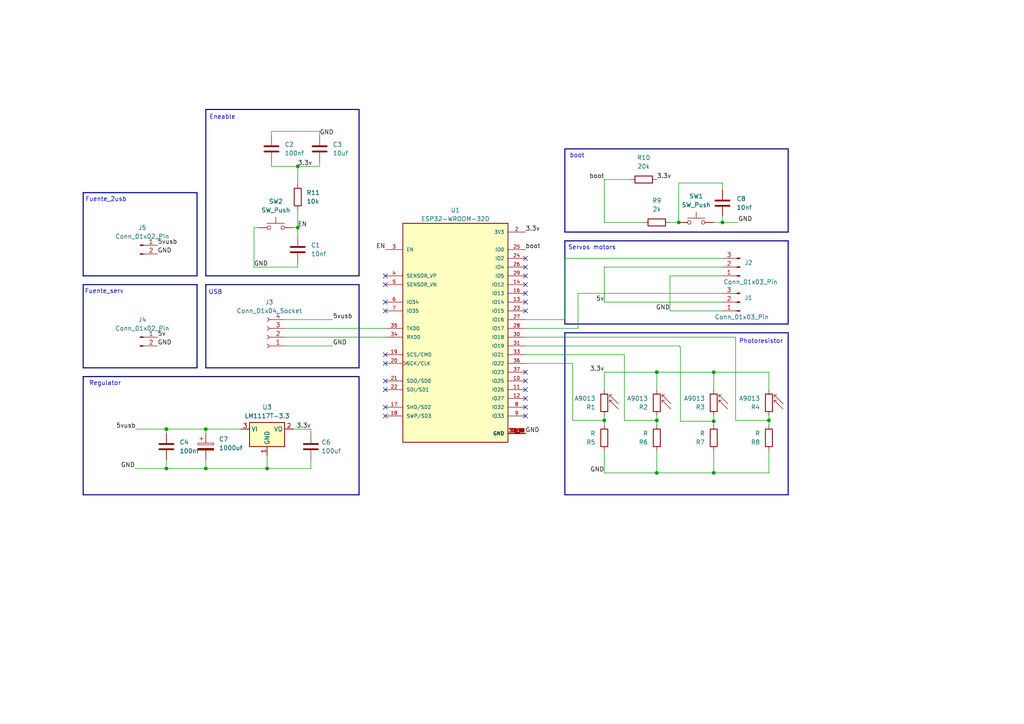
<source format=kicad_sch>
(kicad_sch
	(version 20250114)
	(generator "eeschema")
	(generator_version "9.0")
	(uuid "59062db5-a68a-40db-84c0-1cb49f1be7f1")
	(paper "A4")
	(lib_symbols
		(symbol "Connector:Conn_01x02_Pin"
			(pin_names
				(offset 1.016)
				(hide yes)
			)
			(exclude_from_sim no)
			(in_bom yes)
			(on_board yes)
			(property "Reference" "J"
				(at 0 2.54 0)
				(effects
					(font
						(size 1.27 1.27)
					)
				)
			)
			(property "Value" "Conn_01x02_Pin"
				(at 0 -5.08 0)
				(effects
					(font
						(size 1.27 1.27)
					)
				)
			)
			(property "Footprint" ""
				(at 0 0 0)
				(effects
					(font
						(size 1.27 1.27)
					)
					(hide yes)
				)
			)
			(property "Datasheet" "~"
				(at 0 0 0)
				(effects
					(font
						(size 1.27 1.27)
					)
					(hide yes)
				)
			)
			(property "Description" "Generic connector, single row, 01x02, script generated"
				(at 0 0 0)
				(effects
					(font
						(size 1.27 1.27)
					)
					(hide yes)
				)
			)
			(property "ki_locked" ""
				(at 0 0 0)
				(effects
					(font
						(size 1.27 1.27)
					)
				)
			)
			(property "ki_keywords" "connector"
				(at 0 0 0)
				(effects
					(font
						(size 1.27 1.27)
					)
					(hide yes)
				)
			)
			(property "ki_fp_filters" "Connector*:*_1x??_*"
				(at 0 0 0)
				(effects
					(font
						(size 1.27 1.27)
					)
					(hide yes)
				)
			)
			(symbol "Conn_01x02_Pin_1_1"
				(rectangle
					(start 0.8636 0.127)
					(end 0 -0.127)
					(stroke
						(width 0.1524)
						(type default)
					)
					(fill
						(type outline)
					)
				)
				(rectangle
					(start 0.8636 -2.413)
					(end 0 -2.667)
					(stroke
						(width 0.1524)
						(type default)
					)
					(fill
						(type outline)
					)
				)
				(polyline
					(pts
						(xy 1.27 0) (xy 0.8636 0)
					)
					(stroke
						(width 0.1524)
						(type default)
					)
					(fill
						(type none)
					)
				)
				(polyline
					(pts
						(xy 1.27 -2.54) (xy 0.8636 -2.54)
					)
					(stroke
						(width 0.1524)
						(type default)
					)
					(fill
						(type none)
					)
				)
				(pin passive line
					(at 5.08 0 180)
					(length 3.81)
					(name "Pin_1"
						(effects
							(font
								(size 1.27 1.27)
							)
						)
					)
					(number "1"
						(effects
							(font
								(size 1.27 1.27)
							)
						)
					)
				)
				(pin passive line
					(at 5.08 -2.54 180)
					(length 3.81)
					(name "Pin_2"
						(effects
							(font
								(size 1.27 1.27)
							)
						)
					)
					(number "2"
						(effects
							(font
								(size 1.27 1.27)
							)
						)
					)
				)
			)
			(embedded_fonts no)
		)
		(symbol "Connector:Conn_01x03_Pin"
			(pin_names
				(offset 1.016)
				(hide yes)
			)
			(exclude_from_sim no)
			(in_bom yes)
			(on_board yes)
			(property "Reference" "J"
				(at 0 5.08 0)
				(effects
					(font
						(size 1.27 1.27)
					)
				)
			)
			(property "Value" "Conn_01x03_Pin"
				(at 0 -5.08 0)
				(effects
					(font
						(size 1.27 1.27)
					)
				)
			)
			(property "Footprint" ""
				(at 0 0 0)
				(effects
					(font
						(size 1.27 1.27)
					)
					(hide yes)
				)
			)
			(property "Datasheet" "~"
				(at 0 0 0)
				(effects
					(font
						(size 1.27 1.27)
					)
					(hide yes)
				)
			)
			(property "Description" "Generic connector, single row, 01x03, script generated"
				(at 0 0 0)
				(effects
					(font
						(size 1.27 1.27)
					)
					(hide yes)
				)
			)
			(property "ki_locked" ""
				(at 0 0 0)
				(effects
					(font
						(size 1.27 1.27)
					)
				)
			)
			(property "ki_keywords" "connector"
				(at 0 0 0)
				(effects
					(font
						(size 1.27 1.27)
					)
					(hide yes)
				)
			)
			(property "ki_fp_filters" "Connector*:*_1x??_*"
				(at 0 0 0)
				(effects
					(font
						(size 1.27 1.27)
					)
					(hide yes)
				)
			)
			(symbol "Conn_01x03_Pin_1_1"
				(rectangle
					(start 0.8636 2.667)
					(end 0 2.413)
					(stroke
						(width 0.1524)
						(type default)
					)
					(fill
						(type outline)
					)
				)
				(rectangle
					(start 0.8636 0.127)
					(end 0 -0.127)
					(stroke
						(width 0.1524)
						(type default)
					)
					(fill
						(type outline)
					)
				)
				(rectangle
					(start 0.8636 -2.413)
					(end 0 -2.667)
					(stroke
						(width 0.1524)
						(type default)
					)
					(fill
						(type outline)
					)
				)
				(polyline
					(pts
						(xy 1.27 2.54) (xy 0.8636 2.54)
					)
					(stroke
						(width 0.1524)
						(type default)
					)
					(fill
						(type none)
					)
				)
				(polyline
					(pts
						(xy 1.27 0) (xy 0.8636 0)
					)
					(stroke
						(width 0.1524)
						(type default)
					)
					(fill
						(type none)
					)
				)
				(polyline
					(pts
						(xy 1.27 -2.54) (xy 0.8636 -2.54)
					)
					(stroke
						(width 0.1524)
						(type default)
					)
					(fill
						(type none)
					)
				)
				(pin passive line
					(at 5.08 2.54 180)
					(length 3.81)
					(name "Pin_1"
						(effects
							(font
								(size 1.27 1.27)
							)
						)
					)
					(number "1"
						(effects
							(font
								(size 1.27 1.27)
							)
						)
					)
				)
				(pin passive line
					(at 5.08 0 180)
					(length 3.81)
					(name "Pin_2"
						(effects
							(font
								(size 1.27 1.27)
							)
						)
					)
					(number "2"
						(effects
							(font
								(size 1.27 1.27)
							)
						)
					)
				)
				(pin passive line
					(at 5.08 -2.54 180)
					(length 3.81)
					(name "Pin_3"
						(effects
							(font
								(size 1.27 1.27)
							)
						)
					)
					(number "3"
						(effects
							(font
								(size 1.27 1.27)
							)
						)
					)
				)
			)
			(embedded_fonts no)
		)
		(symbol "Connector:Conn_01x04_Socket"
			(pin_names
				(offset 1.016)
				(hide yes)
			)
			(exclude_from_sim no)
			(in_bom yes)
			(on_board yes)
			(property "Reference" "J"
				(at 0 5.08 0)
				(effects
					(font
						(size 1.27 1.27)
					)
				)
			)
			(property "Value" "Conn_01x04_Socket"
				(at 0 -7.62 0)
				(effects
					(font
						(size 1.27 1.27)
					)
				)
			)
			(property "Footprint" ""
				(at 0 0 0)
				(effects
					(font
						(size 1.27 1.27)
					)
					(hide yes)
				)
			)
			(property "Datasheet" "~"
				(at 0 0 0)
				(effects
					(font
						(size 1.27 1.27)
					)
					(hide yes)
				)
			)
			(property "Description" "Generic connector, single row, 01x04, script generated"
				(at 0 0 0)
				(effects
					(font
						(size 1.27 1.27)
					)
					(hide yes)
				)
			)
			(property "ki_locked" ""
				(at 0 0 0)
				(effects
					(font
						(size 1.27 1.27)
					)
				)
			)
			(property "ki_keywords" "connector"
				(at 0 0 0)
				(effects
					(font
						(size 1.27 1.27)
					)
					(hide yes)
				)
			)
			(property "ki_fp_filters" "Connector*:*_1x??_*"
				(at 0 0 0)
				(effects
					(font
						(size 1.27 1.27)
					)
					(hide yes)
				)
			)
			(symbol "Conn_01x04_Socket_1_1"
				(polyline
					(pts
						(xy -1.27 2.54) (xy -0.508 2.54)
					)
					(stroke
						(width 0.1524)
						(type default)
					)
					(fill
						(type none)
					)
				)
				(polyline
					(pts
						(xy -1.27 0) (xy -0.508 0)
					)
					(stroke
						(width 0.1524)
						(type default)
					)
					(fill
						(type none)
					)
				)
				(polyline
					(pts
						(xy -1.27 -2.54) (xy -0.508 -2.54)
					)
					(stroke
						(width 0.1524)
						(type default)
					)
					(fill
						(type none)
					)
				)
				(polyline
					(pts
						(xy -1.27 -5.08) (xy -0.508 -5.08)
					)
					(stroke
						(width 0.1524)
						(type default)
					)
					(fill
						(type none)
					)
				)
				(arc
					(start 0 2.032)
					(mid -0.5058 2.54)
					(end 0 3.048)
					(stroke
						(width 0.1524)
						(type default)
					)
					(fill
						(type none)
					)
				)
				(arc
					(start 0 -0.508)
					(mid -0.5058 0)
					(end 0 0.508)
					(stroke
						(width 0.1524)
						(type default)
					)
					(fill
						(type none)
					)
				)
				(arc
					(start 0 -3.048)
					(mid -0.5058 -2.54)
					(end 0 -2.032)
					(stroke
						(width 0.1524)
						(type default)
					)
					(fill
						(type none)
					)
				)
				(arc
					(start 0 -5.588)
					(mid -0.5058 -5.08)
					(end 0 -4.572)
					(stroke
						(width 0.1524)
						(type default)
					)
					(fill
						(type none)
					)
				)
				(pin passive line
					(at -5.08 2.54 0)
					(length 3.81)
					(name "Pin_1"
						(effects
							(font
								(size 1.27 1.27)
							)
						)
					)
					(number "1"
						(effects
							(font
								(size 1.27 1.27)
							)
						)
					)
				)
				(pin passive line
					(at -5.08 0 0)
					(length 3.81)
					(name "Pin_2"
						(effects
							(font
								(size 1.27 1.27)
							)
						)
					)
					(number "2"
						(effects
							(font
								(size 1.27 1.27)
							)
						)
					)
				)
				(pin passive line
					(at -5.08 -2.54 0)
					(length 3.81)
					(name "Pin_3"
						(effects
							(font
								(size 1.27 1.27)
							)
						)
					)
					(number "3"
						(effects
							(font
								(size 1.27 1.27)
							)
						)
					)
				)
				(pin passive line
					(at -5.08 -5.08 0)
					(length 3.81)
					(name "Pin_4"
						(effects
							(font
								(size 1.27 1.27)
							)
						)
					)
					(number "4"
						(effects
							(font
								(size 1.27 1.27)
							)
						)
					)
				)
			)
			(embedded_fonts no)
		)
		(symbol "Device:C"
			(pin_numbers
				(hide yes)
			)
			(pin_names
				(offset 0.254)
			)
			(exclude_from_sim no)
			(in_bom yes)
			(on_board yes)
			(property "Reference" "C"
				(at 0.635 2.54 0)
				(effects
					(font
						(size 1.27 1.27)
					)
					(justify left)
				)
			)
			(property "Value" "C"
				(at 0.635 -2.54 0)
				(effects
					(font
						(size 1.27 1.27)
					)
					(justify left)
				)
			)
			(property "Footprint" ""
				(at 0.9652 -3.81 0)
				(effects
					(font
						(size 1.27 1.27)
					)
					(hide yes)
				)
			)
			(property "Datasheet" "~"
				(at 0 0 0)
				(effects
					(font
						(size 1.27 1.27)
					)
					(hide yes)
				)
			)
			(property "Description" "Unpolarized capacitor"
				(at 0 0 0)
				(effects
					(font
						(size 1.27 1.27)
					)
					(hide yes)
				)
			)
			(property "ki_keywords" "cap capacitor"
				(at 0 0 0)
				(effects
					(font
						(size 1.27 1.27)
					)
					(hide yes)
				)
			)
			(property "ki_fp_filters" "C_*"
				(at 0 0 0)
				(effects
					(font
						(size 1.27 1.27)
					)
					(hide yes)
				)
			)
			(symbol "C_0_1"
				(polyline
					(pts
						(xy -2.032 0.762) (xy 2.032 0.762)
					)
					(stroke
						(width 0.508)
						(type default)
					)
					(fill
						(type none)
					)
				)
				(polyline
					(pts
						(xy -2.032 -0.762) (xy 2.032 -0.762)
					)
					(stroke
						(width 0.508)
						(type default)
					)
					(fill
						(type none)
					)
				)
			)
			(symbol "C_1_1"
				(pin passive line
					(at 0 3.81 270)
					(length 2.794)
					(name "~"
						(effects
							(font
								(size 1.27 1.27)
							)
						)
					)
					(number "1"
						(effects
							(font
								(size 1.27 1.27)
							)
						)
					)
				)
				(pin passive line
					(at 0 -3.81 90)
					(length 2.794)
					(name "~"
						(effects
							(font
								(size 1.27 1.27)
							)
						)
					)
					(number "2"
						(effects
							(font
								(size 1.27 1.27)
							)
						)
					)
				)
			)
			(embedded_fonts no)
		)
		(symbol "Device:C_Polarized"
			(pin_numbers
				(hide yes)
			)
			(pin_names
				(offset 0.254)
			)
			(exclude_from_sim no)
			(in_bom yes)
			(on_board yes)
			(property "Reference" "C"
				(at 0.635 2.54 0)
				(effects
					(font
						(size 1.27 1.27)
					)
					(justify left)
				)
			)
			(property "Value" "C_Polarized"
				(at 0.635 -2.54 0)
				(effects
					(font
						(size 1.27 1.27)
					)
					(justify left)
				)
			)
			(property "Footprint" ""
				(at 0.9652 -3.81 0)
				(effects
					(font
						(size 1.27 1.27)
					)
					(hide yes)
				)
			)
			(property "Datasheet" "~"
				(at 0 0 0)
				(effects
					(font
						(size 1.27 1.27)
					)
					(hide yes)
				)
			)
			(property "Description" "Polarized capacitor"
				(at 0 0 0)
				(effects
					(font
						(size 1.27 1.27)
					)
					(hide yes)
				)
			)
			(property "ki_keywords" "cap capacitor"
				(at 0 0 0)
				(effects
					(font
						(size 1.27 1.27)
					)
					(hide yes)
				)
			)
			(property "ki_fp_filters" "CP_*"
				(at 0 0 0)
				(effects
					(font
						(size 1.27 1.27)
					)
					(hide yes)
				)
			)
			(symbol "C_Polarized_0_1"
				(rectangle
					(start -2.286 0.508)
					(end 2.286 1.016)
					(stroke
						(width 0)
						(type default)
					)
					(fill
						(type none)
					)
				)
				(polyline
					(pts
						(xy -1.778 2.286) (xy -0.762 2.286)
					)
					(stroke
						(width 0)
						(type default)
					)
					(fill
						(type none)
					)
				)
				(polyline
					(pts
						(xy -1.27 2.794) (xy -1.27 1.778)
					)
					(stroke
						(width 0)
						(type default)
					)
					(fill
						(type none)
					)
				)
				(rectangle
					(start 2.286 -0.508)
					(end -2.286 -1.016)
					(stroke
						(width 0)
						(type default)
					)
					(fill
						(type outline)
					)
				)
			)
			(symbol "C_Polarized_1_1"
				(pin passive line
					(at 0 3.81 270)
					(length 2.794)
					(name "~"
						(effects
							(font
								(size 1.27 1.27)
							)
						)
					)
					(number "1"
						(effects
							(font
								(size 1.27 1.27)
							)
						)
					)
				)
				(pin passive line
					(at 0 -3.81 90)
					(length 2.794)
					(name "~"
						(effects
							(font
								(size 1.27 1.27)
							)
						)
					)
					(number "2"
						(effects
							(font
								(size 1.27 1.27)
							)
						)
					)
				)
			)
			(embedded_fonts no)
		)
		(symbol "Device:R"
			(pin_numbers
				(hide yes)
			)
			(pin_names
				(offset 0)
			)
			(exclude_from_sim no)
			(in_bom yes)
			(on_board yes)
			(property "Reference" "R"
				(at 2.032 0 90)
				(effects
					(font
						(size 1.27 1.27)
					)
				)
			)
			(property "Value" "R"
				(at 0 0 90)
				(effects
					(font
						(size 1.27 1.27)
					)
				)
			)
			(property "Footprint" ""
				(at -1.778 0 90)
				(effects
					(font
						(size 1.27 1.27)
					)
					(hide yes)
				)
			)
			(property "Datasheet" "~"
				(at 0 0 0)
				(effects
					(font
						(size 1.27 1.27)
					)
					(hide yes)
				)
			)
			(property "Description" "Resistor"
				(at 0 0 0)
				(effects
					(font
						(size 1.27 1.27)
					)
					(hide yes)
				)
			)
			(property "ki_keywords" "R res resistor"
				(at 0 0 0)
				(effects
					(font
						(size 1.27 1.27)
					)
					(hide yes)
				)
			)
			(property "ki_fp_filters" "R_*"
				(at 0 0 0)
				(effects
					(font
						(size 1.27 1.27)
					)
					(hide yes)
				)
			)
			(symbol "R_0_1"
				(rectangle
					(start -1.016 -2.54)
					(end 1.016 2.54)
					(stroke
						(width 0.254)
						(type default)
					)
					(fill
						(type none)
					)
				)
			)
			(symbol "R_1_1"
				(pin passive line
					(at 0 3.81 270)
					(length 1.27)
					(name "~"
						(effects
							(font
								(size 1.27 1.27)
							)
						)
					)
					(number "1"
						(effects
							(font
								(size 1.27 1.27)
							)
						)
					)
				)
				(pin passive line
					(at 0 -3.81 90)
					(length 1.27)
					(name "~"
						(effects
							(font
								(size 1.27 1.27)
							)
						)
					)
					(number "2"
						(effects
							(font
								(size 1.27 1.27)
							)
						)
					)
				)
			)
			(embedded_fonts no)
		)
		(symbol "ESP32-WROOM-32D:ESP32-WROOM-32D"
			(pin_names
				(offset 1.016)
			)
			(exclude_from_sim no)
			(in_bom yes)
			(on_board yes)
			(property "Reference" "U"
				(at -15.0359 31.5945 0)
				(effects
					(font
						(size 1.27 1.27)
					)
					(justify left bottom)
				)
			)
			(property "Value" "ESP32-WROOM-32D"
				(at -15.2867 -35.6681 0)
				(effects
					(font
						(size 1.27 1.27)
					)
					(justify left bottom)
				)
			)
			(property "Footprint" "ESP32-WROOM-32D:MODULE_ESP32-WROOM-32D"
				(at 0 0 0)
				(effects
					(font
						(size 1.27 1.27)
					)
					(justify bottom)
					(hide yes)
				)
			)
			(property "Datasheet" ""
				(at 0 0 0)
				(effects
					(font
						(size 1.27 1.27)
					)
					(hide yes)
				)
			)
			(property "Description" ""
				(at 0 0 0)
				(effects
					(font
						(size 1.27 1.27)
					)
					(hide yes)
				)
			)
			(property "MF" "Espressif Systems"
				(at 0 0 0)
				(effects
					(font
						(size 1.27 1.27)
					)
					(justify bottom)
					(hide yes)
				)
			)
			(property "MAXIMUM_PACKAGE_HEIGHT" "3.2 mm"
				(at 0 0 0)
				(effects
					(font
						(size 1.27 1.27)
					)
					(justify bottom)
					(hide yes)
				)
			)
			(property "Package" "Non Standard Espressif Systems"
				(at 0 0 0)
				(effects
					(font
						(size 1.27 1.27)
					)
					(justify bottom)
					(hide yes)
				)
			)
			(property "Price" "None"
				(at 0 0 0)
				(effects
					(font
						(size 1.27 1.27)
					)
					(justify bottom)
					(hide yes)
				)
			)
			(property "Check_prices" "https://www.snapeda.com/parts/ESP32-WROOM-32D/Espressif+Systems/view-part/?ref=eda"
				(at 0 0 0)
				(effects
					(font
						(size 1.27 1.27)
					)
					(justify bottom)
					(hide yes)
				)
			)
			(property "STANDARD" "Manufacturer Recommendations"
				(at 0 0 0)
				(effects
					(font
						(size 1.27 1.27)
					)
					(justify bottom)
					(hide yes)
				)
			)
			(property "PARTREV" "1.9"
				(at 0 0 0)
				(effects
					(font
						(size 1.27 1.27)
					)
					(justify bottom)
					(hide yes)
				)
			)
			(property "SnapEDA_Link" "https://www.snapeda.com/parts/ESP32-WROOM-32D/Espressif+Systems/view-part/?ref=snap"
				(at 0 0 0)
				(effects
					(font
						(size 1.27 1.27)
					)
					(justify bottom)
					(hide yes)
				)
			)
			(property "MP" "ESP32-WROOM-32D"
				(at 0 0 0)
				(effects
					(font
						(size 1.27 1.27)
					)
					(justify bottom)
					(hide yes)
				)
			)
			(property "Description_1" "Módulos multiprotocolo Módulo SMD, ESP32-D0WD, memoria flash SPI de 32 Mbits, modo UART, antena PCB"
				(at 0 0 0)
				(effects
					(font
						(size 1.27 1.27)
					)
					(justify bottom)
					(hide yes)
				)
			)
			(property "Availability" "In Stock"
				(at 0 0 0)
				(effects
					(font
						(size 1.27 1.27)
					)
					(justify bottom)
					(hide yes)
				)
			)
			(property "MANUFACTURER" "Espressif Systems"
				(at 0 0 0)
				(effects
					(font
						(size 1.27 1.27)
					)
					(justify bottom)
					(hide yes)
				)
			)
			(symbol "ESP32-WROOM-32D_0_0"
				(rectangle
					(start -15.24 -33.02)
					(end 15.24 30.48)
					(stroke
						(width 0.254)
						(type default)
					)
					(fill
						(type background)
					)
				)
				(pin input line
					(at -20.32 22.86 0)
					(length 5.08)
					(name "EN"
						(effects
							(font
								(size 1.016 1.016)
							)
						)
					)
					(number "3"
						(effects
							(font
								(size 1.016 1.016)
							)
						)
					)
				)
				(pin input line
					(at -20.32 15.24 0)
					(length 5.08)
					(name "SENSOR_VP"
						(effects
							(font
								(size 1.016 1.016)
							)
						)
					)
					(number "4"
						(effects
							(font
								(size 1.016 1.016)
							)
						)
					)
				)
				(pin input line
					(at -20.32 12.7 0)
					(length 5.08)
					(name "SENSOR_VN"
						(effects
							(font
								(size 1.016 1.016)
							)
						)
					)
					(number "5"
						(effects
							(font
								(size 1.016 1.016)
							)
						)
					)
				)
				(pin input line
					(at -20.32 7.62 0)
					(length 5.08)
					(name "IO34"
						(effects
							(font
								(size 1.016 1.016)
							)
						)
					)
					(number "6"
						(effects
							(font
								(size 1.016 1.016)
							)
						)
					)
				)
				(pin input line
					(at -20.32 5.08 0)
					(length 5.08)
					(name "IO35"
						(effects
							(font
								(size 1.016 1.016)
							)
						)
					)
					(number "7"
						(effects
							(font
								(size 1.016 1.016)
							)
						)
					)
				)
				(pin bidirectional line
					(at -20.32 0 0)
					(length 5.08)
					(name "TXD0"
						(effects
							(font
								(size 1.016 1.016)
							)
						)
					)
					(number "35"
						(effects
							(font
								(size 1.016 1.016)
							)
						)
					)
				)
				(pin bidirectional line
					(at -20.32 -2.54 0)
					(length 5.08)
					(name "RXD0"
						(effects
							(font
								(size 1.016 1.016)
							)
						)
					)
					(number "34"
						(effects
							(font
								(size 1.016 1.016)
							)
						)
					)
				)
				(pin bidirectional line
					(at -20.32 -7.62 0)
					(length 5.08)
					(name "SCS/CMD"
						(effects
							(font
								(size 1.016 1.016)
							)
						)
					)
					(number "19"
						(effects
							(font
								(size 1.016 1.016)
							)
						)
					)
				)
				(pin bidirectional clock
					(at -20.32 -10.16 0)
					(length 5.08)
					(name "SCK/CLK"
						(effects
							(font
								(size 1.016 1.016)
							)
						)
					)
					(number "20"
						(effects
							(font
								(size 1.016 1.016)
							)
						)
					)
				)
				(pin bidirectional line
					(at -20.32 -15.24 0)
					(length 5.08)
					(name "SDO/SD0"
						(effects
							(font
								(size 1.016 1.016)
							)
						)
					)
					(number "21"
						(effects
							(font
								(size 1.016 1.016)
							)
						)
					)
				)
				(pin bidirectional line
					(at -20.32 -17.78 0)
					(length 5.08)
					(name "SDI/SD1"
						(effects
							(font
								(size 1.016 1.016)
							)
						)
					)
					(number "22"
						(effects
							(font
								(size 1.016 1.016)
							)
						)
					)
				)
				(pin bidirectional line
					(at -20.32 -22.86 0)
					(length 5.08)
					(name "SHD/SD2"
						(effects
							(font
								(size 1.016 1.016)
							)
						)
					)
					(number "17"
						(effects
							(font
								(size 1.016 1.016)
							)
						)
					)
				)
				(pin bidirectional line
					(at -20.32 -25.4 0)
					(length 5.08)
					(name "SWP/SD3"
						(effects
							(font
								(size 1.016 1.016)
							)
						)
					)
					(number "18"
						(effects
							(font
								(size 1.016 1.016)
							)
						)
					)
				)
				(pin power_in line
					(at 20.32 27.94 180)
					(length 5.08)
					(name "3V3"
						(effects
							(font
								(size 1.016 1.016)
							)
						)
					)
					(number "2"
						(effects
							(font
								(size 1.016 1.016)
							)
						)
					)
				)
				(pin bidirectional line
					(at 20.32 22.86 180)
					(length 5.08)
					(name "IO0"
						(effects
							(font
								(size 1.016 1.016)
							)
						)
					)
					(number "25"
						(effects
							(font
								(size 1.016 1.016)
							)
						)
					)
				)
				(pin bidirectional line
					(at 20.32 20.32 180)
					(length 5.08)
					(name "IO2"
						(effects
							(font
								(size 1.016 1.016)
							)
						)
					)
					(number "24"
						(effects
							(font
								(size 1.016 1.016)
							)
						)
					)
				)
				(pin bidirectional line
					(at 20.32 17.78 180)
					(length 5.08)
					(name "IO4"
						(effects
							(font
								(size 1.016 1.016)
							)
						)
					)
					(number "26"
						(effects
							(font
								(size 1.016 1.016)
							)
						)
					)
				)
				(pin bidirectional line
					(at 20.32 15.24 180)
					(length 5.08)
					(name "IO5"
						(effects
							(font
								(size 1.016 1.016)
							)
						)
					)
					(number "29"
						(effects
							(font
								(size 1.016 1.016)
							)
						)
					)
				)
				(pin bidirectional line
					(at 20.32 12.7 180)
					(length 5.08)
					(name "IO12"
						(effects
							(font
								(size 1.016 1.016)
							)
						)
					)
					(number "14"
						(effects
							(font
								(size 1.016 1.016)
							)
						)
					)
				)
				(pin bidirectional line
					(at 20.32 10.16 180)
					(length 5.08)
					(name "IO13"
						(effects
							(font
								(size 1.016 1.016)
							)
						)
					)
					(number "16"
						(effects
							(font
								(size 1.016 1.016)
							)
						)
					)
				)
				(pin bidirectional line
					(at 20.32 7.62 180)
					(length 5.08)
					(name "IO14"
						(effects
							(font
								(size 1.016 1.016)
							)
						)
					)
					(number "13"
						(effects
							(font
								(size 1.016 1.016)
							)
						)
					)
				)
				(pin bidirectional line
					(at 20.32 5.08 180)
					(length 5.08)
					(name "IO15"
						(effects
							(font
								(size 1.016 1.016)
							)
						)
					)
					(number "23"
						(effects
							(font
								(size 1.016 1.016)
							)
						)
					)
				)
				(pin bidirectional line
					(at 20.32 2.54 180)
					(length 5.08)
					(name "IO16"
						(effects
							(font
								(size 1.016 1.016)
							)
						)
					)
					(number "27"
						(effects
							(font
								(size 1.016 1.016)
							)
						)
					)
				)
				(pin bidirectional line
					(at 20.32 0 180)
					(length 5.08)
					(name "IO17"
						(effects
							(font
								(size 1.016 1.016)
							)
						)
					)
					(number "28"
						(effects
							(font
								(size 1.016 1.016)
							)
						)
					)
				)
				(pin bidirectional line
					(at 20.32 -2.54 180)
					(length 5.08)
					(name "IO18"
						(effects
							(font
								(size 1.016 1.016)
							)
						)
					)
					(number "30"
						(effects
							(font
								(size 1.016 1.016)
							)
						)
					)
				)
				(pin bidirectional line
					(at 20.32 -5.08 180)
					(length 5.08)
					(name "IO19"
						(effects
							(font
								(size 1.016 1.016)
							)
						)
					)
					(number "31"
						(effects
							(font
								(size 1.016 1.016)
							)
						)
					)
				)
				(pin bidirectional line
					(at 20.32 -7.62 180)
					(length 5.08)
					(name "IO21"
						(effects
							(font
								(size 1.016 1.016)
							)
						)
					)
					(number "33"
						(effects
							(font
								(size 1.016 1.016)
							)
						)
					)
				)
				(pin bidirectional line
					(at 20.32 -10.16 180)
					(length 5.08)
					(name "IO22"
						(effects
							(font
								(size 1.016 1.016)
							)
						)
					)
					(number "36"
						(effects
							(font
								(size 1.016 1.016)
							)
						)
					)
				)
				(pin bidirectional line
					(at 20.32 -12.7 180)
					(length 5.08)
					(name "IO23"
						(effects
							(font
								(size 1.016 1.016)
							)
						)
					)
					(number "37"
						(effects
							(font
								(size 1.016 1.016)
							)
						)
					)
				)
				(pin bidirectional line
					(at 20.32 -15.24 180)
					(length 5.08)
					(name "IO25"
						(effects
							(font
								(size 1.016 1.016)
							)
						)
					)
					(number "10"
						(effects
							(font
								(size 1.016 1.016)
							)
						)
					)
				)
				(pin bidirectional line
					(at 20.32 -17.78 180)
					(length 5.08)
					(name "IO26"
						(effects
							(font
								(size 1.016 1.016)
							)
						)
					)
					(number "11"
						(effects
							(font
								(size 1.016 1.016)
							)
						)
					)
				)
				(pin bidirectional line
					(at 20.32 -20.32 180)
					(length 5.08)
					(name "IO27"
						(effects
							(font
								(size 1.016 1.016)
							)
						)
					)
					(number "12"
						(effects
							(font
								(size 1.016 1.016)
							)
						)
					)
				)
				(pin bidirectional line
					(at 20.32 -22.86 180)
					(length 5.08)
					(name "IO32"
						(effects
							(font
								(size 1.016 1.016)
							)
						)
					)
					(number "8"
						(effects
							(font
								(size 1.016 1.016)
							)
						)
					)
				)
				(pin bidirectional line
					(at 20.32 -25.4 180)
					(length 5.08)
					(name "IO33"
						(effects
							(font
								(size 1.016 1.016)
							)
						)
					)
					(number "9"
						(effects
							(font
								(size 1.016 1.016)
							)
						)
					)
				)
				(pin power_in line
					(at 20.32 -30.48 180)
					(length 5.08)
					(name "GND"
						(effects
							(font
								(size 1.016 1.016)
							)
						)
					)
					(number "1"
						(effects
							(font
								(size 1.016 1.016)
							)
						)
					)
				)
				(pin power_in line
					(at 20.32 -30.48 180)
					(length 5.08)
					(name "GND"
						(effects
							(font
								(size 1.016 1.016)
							)
						)
					)
					(number "15"
						(effects
							(font
								(size 1.016 1.016)
							)
						)
					)
				)
				(pin power_in line
					(at 20.32 -30.48 180)
					(length 5.08)
					(name "GND"
						(effects
							(font
								(size 1.016 1.016)
							)
						)
					)
					(number "38"
						(effects
							(font
								(size 1.016 1.016)
							)
						)
					)
				)
				(pin power_in line
					(at 20.32 -30.48 180)
					(length 5.08)
					(name "GND"
						(effects
							(font
								(size 1.016 1.016)
							)
						)
					)
					(number "39_1"
						(effects
							(font
								(size 1.016 1.016)
							)
						)
					)
				)
				(pin power_in line
					(at 20.32 -30.48 180)
					(length 5.08)
					(name "GND"
						(effects
							(font
								(size 1.016 1.016)
							)
						)
					)
					(number "39_10"
						(effects
							(font
								(size 1.016 1.016)
							)
						)
					)
				)
				(pin power_in line
					(at 20.32 -30.48 180)
					(length 5.08)
					(name "GND"
						(effects
							(font
								(size 1.016 1.016)
							)
						)
					)
					(number "39_11"
						(effects
							(font
								(size 1.016 1.016)
							)
						)
					)
				)
				(pin power_in line
					(at 20.32 -30.48 180)
					(length 5.08)
					(name "GND"
						(effects
							(font
								(size 1.016 1.016)
							)
						)
					)
					(number "39_12"
						(effects
							(font
								(size 1.016 1.016)
							)
						)
					)
				)
				(pin power_in line
					(at 20.32 -30.48 180)
					(length 5.08)
					(name "GND"
						(effects
							(font
								(size 1.016 1.016)
							)
						)
					)
					(number "39_13"
						(effects
							(font
								(size 1.016 1.016)
							)
						)
					)
				)
				(pin power_in line
					(at 20.32 -30.48 180)
					(length 5.08)
					(name "GND"
						(effects
							(font
								(size 1.016 1.016)
							)
						)
					)
					(number "39_14"
						(effects
							(font
								(size 1.016 1.016)
							)
						)
					)
				)
				(pin power_in line
					(at 20.32 -30.48 180)
					(length 5.08)
					(name "GND"
						(effects
							(font
								(size 1.016 1.016)
							)
						)
					)
					(number "39_15"
						(effects
							(font
								(size 1.016 1.016)
							)
						)
					)
				)
				(pin power_in line
					(at 20.32 -30.48 180)
					(length 5.08)
					(name "GND"
						(effects
							(font
								(size 1.016 1.016)
							)
						)
					)
					(number "39_16"
						(effects
							(font
								(size 1.016 1.016)
							)
						)
					)
				)
				(pin power_in line
					(at 20.32 -30.48 180)
					(length 5.08)
					(name "GND"
						(effects
							(font
								(size 1.016 1.016)
							)
						)
					)
					(number "39_17"
						(effects
							(font
								(size 1.016 1.016)
							)
						)
					)
				)
				(pin power_in line
					(at 20.32 -30.48 180)
					(length 5.08)
					(name "GND"
						(effects
							(font
								(size 1.016 1.016)
							)
						)
					)
					(number "39_18"
						(effects
							(font
								(size 1.016 1.016)
							)
						)
					)
				)
				(pin power_in line
					(at 20.32 -30.48 180)
					(length 5.08)
					(name "GND"
						(effects
							(font
								(size 1.016 1.016)
							)
						)
					)
					(number "39_19"
						(effects
							(font
								(size 1.016 1.016)
							)
						)
					)
				)
				(pin power_in line
					(at 20.32 -30.48 180)
					(length 5.08)
					(name "GND"
						(effects
							(font
								(size 1.016 1.016)
							)
						)
					)
					(number "39_2"
						(effects
							(font
								(size 1.016 1.016)
							)
						)
					)
				)
				(pin power_in line
					(at 20.32 -30.48 180)
					(length 5.08)
					(name "GND"
						(effects
							(font
								(size 1.016 1.016)
							)
						)
					)
					(number "39_20"
						(effects
							(font
								(size 1.016 1.016)
							)
						)
					)
				)
				(pin power_in line
					(at 20.32 -30.48 180)
					(length 5.08)
					(name "GND"
						(effects
							(font
								(size 1.016 1.016)
							)
						)
					)
					(number "39_21"
						(effects
							(font
								(size 1.016 1.016)
							)
						)
					)
				)
				(pin power_in line
					(at 20.32 -30.48 180)
					(length 5.08)
					(name "GND"
						(effects
							(font
								(size 1.016 1.016)
							)
						)
					)
					(number "39_3"
						(effects
							(font
								(size 1.016 1.016)
							)
						)
					)
				)
				(pin power_in line
					(at 20.32 -30.48 180)
					(length 5.08)
					(name "GND"
						(effects
							(font
								(size 1.016 1.016)
							)
						)
					)
					(number "39_4"
						(effects
							(font
								(size 1.016 1.016)
							)
						)
					)
				)
				(pin power_in line
					(at 20.32 -30.48 180)
					(length 5.08)
					(name "GND"
						(effects
							(font
								(size 1.016 1.016)
							)
						)
					)
					(number "39_5"
						(effects
							(font
								(size 1.016 1.016)
							)
						)
					)
				)
				(pin power_in line
					(at 20.32 -30.48 180)
					(length 5.08)
					(name "GND"
						(effects
							(font
								(size 1.016 1.016)
							)
						)
					)
					(number "39_6"
						(effects
							(font
								(size 1.016 1.016)
							)
						)
					)
				)
				(pin power_in line
					(at 20.32 -30.48 180)
					(length 5.08)
					(name "GND"
						(effects
							(font
								(size 1.016 1.016)
							)
						)
					)
					(number "39_7"
						(effects
							(font
								(size 1.016 1.016)
							)
						)
					)
				)
				(pin power_in line
					(at 20.32 -30.48 180)
					(length 5.08)
					(name "GND"
						(effects
							(font
								(size 1.016 1.016)
							)
						)
					)
					(number "39_8"
						(effects
							(font
								(size 1.016 1.016)
							)
						)
					)
				)
				(pin power_in line
					(at 20.32 -30.48 180)
					(length 5.08)
					(name "GND"
						(effects
							(font
								(size 1.016 1.016)
							)
						)
					)
					(number "39_9"
						(effects
							(font
								(size 1.016 1.016)
							)
						)
					)
				)
			)
			(embedded_fonts no)
		)
		(symbol "Regulator_Linear:LM1117T-3.3"
			(exclude_from_sim no)
			(in_bom yes)
			(on_board yes)
			(property "Reference" "U"
				(at -3.81 3.175 0)
				(effects
					(font
						(size 1.27 1.27)
					)
				)
			)
			(property "Value" "LM1117T-3.3"
				(at 0 3.175 0)
				(effects
					(font
						(size 1.27 1.27)
					)
					(justify left)
				)
			)
			(property "Footprint" "Package_TO_SOT_THT:TO-220-3_Horizontal_TabDown"
				(at 0 0 0)
				(effects
					(font
						(size 1.27 1.27)
					)
					(hide yes)
				)
			)
			(property "Datasheet" "http://www.ti.com/lit/ds/symlink/lm1117.pdf"
				(at 0 0 0)
				(effects
					(font
						(size 1.27 1.27)
					)
					(hide yes)
				)
			)
			(property "Description" "800mA Low-Dropout Linear Regulator, 3.3V fixed output, TO-220"
				(at 0 0 0)
				(effects
					(font
						(size 1.27 1.27)
					)
					(hide yes)
				)
			)
			(property "ki_keywords" "linear regulator ldo fixed positive"
				(at 0 0 0)
				(effects
					(font
						(size 1.27 1.27)
					)
					(hide yes)
				)
			)
			(property "ki_fp_filters" "TO?220*"
				(at 0 0 0)
				(effects
					(font
						(size 1.27 1.27)
					)
					(hide yes)
				)
			)
			(symbol "LM1117T-3.3_0_1"
				(rectangle
					(start -5.08 -5.08)
					(end 5.08 1.905)
					(stroke
						(width 0.254)
						(type default)
					)
					(fill
						(type background)
					)
				)
			)
			(symbol "LM1117T-3.3_1_1"
				(pin power_in line
					(at -7.62 0 0)
					(length 2.54)
					(name "VI"
						(effects
							(font
								(size 1.27 1.27)
							)
						)
					)
					(number "3"
						(effects
							(font
								(size 1.27 1.27)
							)
						)
					)
				)
				(pin power_in line
					(at 0 -7.62 90)
					(length 2.54)
					(name "GND"
						(effects
							(font
								(size 1.27 1.27)
							)
						)
					)
					(number "1"
						(effects
							(font
								(size 1.27 1.27)
							)
						)
					)
				)
				(pin power_out line
					(at 7.62 0 180)
					(length 2.54)
					(name "VO"
						(effects
							(font
								(size 1.27 1.27)
							)
						)
					)
					(number "2"
						(effects
							(font
								(size 1.27 1.27)
							)
						)
					)
				)
			)
			(embedded_fonts no)
		)
		(symbol "Sensor_Optical:A9013"
			(pin_numbers
				(hide yes)
			)
			(pin_names
				(offset 0)
			)
			(exclude_from_sim no)
			(in_bom yes)
			(on_board yes)
			(property "Reference" "R"
				(at -5.08 0 90)
				(effects
					(font
						(size 1.27 1.27)
					)
				)
			)
			(property "Value" "A9013"
				(at 1.905 0 90)
				(effects
					(font
						(size 1.27 1.27)
					)
					(justify top)
				)
			)
			(property "Footprint" "OptoDevice:R_LDR_5.0x4.1mm_P3mm_Vertical"
				(at 4.445 0 90)
				(effects
					(font
						(size 1.27 1.27)
					)
					(hide yes)
				)
			)
			(property "Datasheet" "http://www.produktinfo.conrad.com/datenblaetter/125000-149999/145475-da-01-en-FOTOWIDERSTAND_A_9060_A_9013.pdf"
				(at 0 -1.27 0)
				(effects
					(font
						(size 1.27 1.27)
					)
					(hide yes)
				)
			)
			(property "Description" "light dependent resistor"
				(at 0 0 0)
				(effects
					(font
						(size 1.27 1.27)
					)
					(hide yes)
				)
			)
			(property "ki_keywords" "light dependent photo resistor LDR"
				(at 0 0 0)
				(effects
					(font
						(size 1.27 1.27)
					)
					(hide yes)
				)
			)
			(property "ki_fp_filters" "R*LDR*5.0x4.1mm*P3mm*"
				(at 0 0 0)
				(effects
					(font
						(size 1.27 1.27)
					)
					(hide yes)
				)
			)
			(symbol "A9013_0_1"
				(polyline
					(pts
						(xy -1.524 -0.762) (xy -4.064 1.778)
					)
					(stroke
						(width 0)
						(type default)
					)
					(fill
						(type none)
					)
				)
				(polyline
					(pts
						(xy -1.524 -0.762) (xy -2.286 -0.762)
					)
					(stroke
						(width 0)
						(type default)
					)
					(fill
						(type none)
					)
				)
				(polyline
					(pts
						(xy -1.524 -0.762) (xy -1.524 0)
					)
					(stroke
						(width 0)
						(type default)
					)
					(fill
						(type none)
					)
				)
				(polyline
					(pts
						(xy -1.524 -2.286) (xy -4.064 0.254)
					)
					(stroke
						(width 0)
						(type default)
					)
					(fill
						(type none)
					)
				)
				(polyline
					(pts
						(xy -1.524 -2.286) (xy -2.286 -2.286)
					)
					(stroke
						(width 0)
						(type default)
					)
					(fill
						(type none)
					)
				)
				(polyline
					(pts
						(xy -1.524 -2.286) (xy -1.524 -1.524)
					)
					(stroke
						(width 0)
						(type default)
					)
					(fill
						(type none)
					)
				)
				(rectangle
					(start -1.016 2.54)
					(end 1.016 -2.54)
					(stroke
						(width 0.254)
						(type default)
					)
					(fill
						(type none)
					)
				)
			)
			(symbol "A9013_1_1"
				(pin passive line
					(at 0 3.81 270)
					(length 1.27)
					(name "~"
						(effects
							(font
								(size 1.27 1.27)
							)
						)
					)
					(number "1"
						(effects
							(font
								(size 1.27 1.27)
							)
						)
					)
				)
				(pin passive line
					(at 0 -3.81 90)
					(length 1.27)
					(name "~"
						(effects
							(font
								(size 1.27 1.27)
							)
						)
					)
					(number "2"
						(effects
							(font
								(size 1.27 1.27)
							)
						)
					)
				)
			)
			(embedded_fonts no)
		)
		(symbol "Switch:SW_Push"
			(pin_numbers
				(hide yes)
			)
			(pin_names
				(offset 1.016)
				(hide yes)
			)
			(exclude_from_sim no)
			(in_bom yes)
			(on_board yes)
			(property "Reference" "SW"
				(at 1.27 2.54 0)
				(effects
					(font
						(size 1.27 1.27)
					)
					(justify left)
				)
			)
			(property "Value" "SW_Push"
				(at 0 -1.524 0)
				(effects
					(font
						(size 1.27 1.27)
					)
				)
			)
			(property "Footprint" ""
				(at 0 5.08 0)
				(effects
					(font
						(size 1.27 1.27)
					)
					(hide yes)
				)
			)
			(property "Datasheet" "~"
				(at 0 5.08 0)
				(effects
					(font
						(size 1.27 1.27)
					)
					(hide yes)
				)
			)
			(property "Description" "Push button switch, generic, two pins"
				(at 0 0 0)
				(effects
					(font
						(size 1.27 1.27)
					)
					(hide yes)
				)
			)
			(property "ki_keywords" "switch normally-open pushbutton push-button"
				(at 0 0 0)
				(effects
					(font
						(size 1.27 1.27)
					)
					(hide yes)
				)
			)
			(symbol "SW_Push_0_1"
				(circle
					(center -2.032 0)
					(radius 0.508)
					(stroke
						(width 0)
						(type default)
					)
					(fill
						(type none)
					)
				)
				(polyline
					(pts
						(xy 0 1.27) (xy 0 3.048)
					)
					(stroke
						(width 0)
						(type default)
					)
					(fill
						(type none)
					)
				)
				(circle
					(center 2.032 0)
					(radius 0.508)
					(stroke
						(width 0)
						(type default)
					)
					(fill
						(type none)
					)
				)
				(polyline
					(pts
						(xy 2.54 1.27) (xy -2.54 1.27)
					)
					(stroke
						(width 0)
						(type default)
					)
					(fill
						(type none)
					)
				)
				(pin passive line
					(at -5.08 0 0)
					(length 2.54)
					(name "1"
						(effects
							(font
								(size 1.27 1.27)
							)
						)
					)
					(number "1"
						(effects
							(font
								(size 1.27 1.27)
							)
						)
					)
				)
				(pin passive line
					(at 5.08 0 180)
					(length 2.54)
					(name "2"
						(effects
							(font
								(size 1.27 1.27)
							)
						)
					)
					(number "2"
						(effects
							(font
								(size 1.27 1.27)
							)
						)
					)
				)
			)
			(embedded_fonts no)
		)
	)
	(text "Eneable"
		(exclude_from_sim no)
		(at 64.516 34.036 0)
		(effects
			(font
				(size 1.27 1.27)
			)
		)
		(uuid "0cc9d9f1-be87-498e-99c5-9a41192c27fa")
	)
	(text "Regulator"
		(exclude_from_sim no)
		(at 30.48 111.252 0)
		(effects
			(font
				(size 1.27 1.27)
			)
		)
		(uuid "6fac400d-8b43-47a4-903a-37af9faecf7d")
	)
	(text "Servos motors"
		(exclude_from_sim no)
		(at 171.704 71.882 0)
		(effects
			(font
				(size 1.27 1.27)
			)
		)
		(uuid "94f0f034-1477-46ff-aca4-2b299bbe6d85")
	)
	(text "Fuente_serv"
		(exclude_from_sim no)
		(at 30.226 84.582 0)
		(effects
			(font
				(size 1.27 1.27)
			)
		)
		(uuid "950440ea-2016-4a59-8381-e544abd6fa1e")
	)
	(text "Fuente_2usb"
		(exclude_from_sim no)
		(at 30.734 57.912 0)
		(effects
			(font
				(size 1.27 1.27)
			)
		)
		(uuid "a2eb3969-efb3-49bc-9879-513c2de54626")
	)
	(text "USB"
		(exclude_from_sim no)
		(at 62.484 84.836 0)
		(effects
			(font
				(size 1.27 1.27)
			)
		)
		(uuid "d617a3ea-1af2-4fed-a3ca-a499ede414b9")
	)
	(text "boot"
		(exclude_from_sim no)
		(at 167.386 45.212 0)
		(effects
			(font
				(size 1.27 1.27)
			)
		)
		(uuid "eebce663-7acd-449f-bad9-f74cf1d740d1")
	)
	(text "Photoresistor"
		(exclude_from_sim no)
		(at 220.726 99.06 0)
		(effects
			(font
				(size 1.27 1.27)
			)
		)
		(uuid "f73fcd59-df09-426a-9bba-b1e160b7f7dd")
	)
	(junction
		(at 190.5 137.16)
		(diameter 0)
		(color 0 0 0 0)
		(uuid "159ebcb2-477f-4203-8518-15ccf6fd39d9")
	)
	(junction
		(at 196.85 64.516)
		(diameter 0)
		(color 0 0 0 0)
		(uuid "1864c955-45f3-4bd6-8caf-9db86e9364ea")
	)
	(junction
		(at 48.26 135.89)
		(diameter 0)
		(color 0 0 0 0)
		(uuid "34e33453-f1bc-4225-bac4-2e9e2aee5a96")
	)
	(junction
		(at 190.5 107.95)
		(diameter 0)
		(color 0 0 0 0)
		(uuid "40ddddd9-dd6a-45ad-a9af-b9eca40da6c3")
	)
	(junction
		(at 59.69 124.46)
		(diameter 0)
		(color 0 0 0 0)
		(uuid "51a85e8d-c557-4147-be51-97ea6afb76ec")
	)
	(junction
		(at 175.26 121.92)
		(diameter 0)
		(color 0 0 0 0)
		(uuid "64dad497-dfc9-4c4d-bbf0-13b9f3f102dd")
	)
	(junction
		(at 77.47 135.89)
		(diameter 0)
		(color 0 0 0 0)
		(uuid "741585b9-5dda-4cbc-af73-a7f0c777f576")
	)
	(junction
		(at 59.69 135.89)
		(diameter 0)
		(color 0 0 0 0)
		(uuid "7d2f6c94-2009-4052-a090-050e91e4c5ce")
	)
	(junction
		(at 207.01 107.95)
		(diameter 0)
		(color 0 0 0 0)
		(uuid "92b8e004-9fac-45da-a452-371246599a15")
	)
	(junction
		(at 48.26 124.46)
		(diameter 0)
		(color 0 0 0 0)
		(uuid "a76eff87-23a4-4938-b525-96cb5218f5e3")
	)
	(junction
		(at 86.36 48.26)
		(diameter 0)
		(color 0 0 0 0)
		(uuid "bee1ef5c-0674-4d23-8d30-089c72aacbdc")
	)
	(junction
		(at 223.012 121.92)
		(diameter 0)
		(color 0 0 0 0)
		(uuid "d0d6b359-58bf-4299-b1da-446dad3cd298")
	)
	(junction
		(at 86.36 66.04)
		(diameter 0)
		(color 0 0 0 0)
		(uuid "d8ba905f-6b88-418a-84e6-f575f4712b01")
	)
	(junction
		(at 209.55 64.516)
		(diameter 0)
		(color 0 0 0 0)
		(uuid "dc555636-591c-4c39-a025-cf9d79e3baae")
	)
	(junction
		(at 190.5 121.92)
		(diameter 0)
		(color 0 0 0 0)
		(uuid "e9435ee5-7850-4a23-8d67-937de72f02c0")
	)
	(junction
		(at 207.01 122.174)
		(diameter 0)
		(color 0 0 0 0)
		(uuid "ef6d9b37-f9aa-4443-a02d-13ca6ea1fd94")
	)
	(junction
		(at 207.01 137.16)
		(diameter 0)
		(color 0 0 0 0)
		(uuid "f63f8d68-575d-4d99-bac6-922ec24b825d")
	)
	(no_connect
		(at 111.76 90.17)
		(uuid "0659a81f-2977-4449-8fcb-fd51cea5b89d")
	)
	(no_connect
		(at 152.4 120.65)
		(uuid "06b1a318-df4c-41a0-aa29-0f637f3342b4")
	)
	(no_connect
		(at 152.4 77.47)
		(uuid "0ee1ee5c-2928-4246-8a5f-7fb81fc3fac1")
	)
	(no_connect
		(at 111.76 87.63)
		(uuid "1a4f4e83-e743-4574-9e55-14f2765de358")
	)
	(no_connect
		(at 152.4 82.55)
		(uuid "1efdbd7f-d9d1-4634-a796-6b00f5041834")
	)
	(no_connect
		(at 111.76 113.03)
		(uuid "2870f7f4-6244-48e0-894a-28a0fb631192")
	)
	(no_connect
		(at 111.76 110.49)
		(uuid "37d75233-93f1-463d-a204-8d101b558a0e")
	)
	(no_connect
		(at 152.4 118.11)
		(uuid "4fd1c884-e665-4b43-a32e-772ab14912f4")
	)
	(no_connect
		(at 152.4 87.63)
		(uuid "511b80fd-b112-4906-b100-763986859df3")
	)
	(no_connect
		(at 152.4 90.17)
		(uuid "60d47a0b-74b2-413c-a90c-5a8aed926e66")
	)
	(no_connect
		(at 152.4 110.49)
		(uuid "747feb2a-cd59-4636-bf36-7fcdb5cabce4")
	)
	(no_connect
		(at 152.4 74.93)
		(uuid "74a34bb3-16eb-4400-8b8e-15f9f9e3a43d")
	)
	(no_connect
		(at 111.76 105.41)
		(uuid "78ff6cda-bcc6-4841-b079-d2ca7f38121f")
	)
	(no_connect
		(at 111.76 102.87)
		(uuid "80550293-ae27-441e-b223-200521cfd180")
	)
	(no_connect
		(at 111.76 80.01)
		(uuid "8ef46ac6-6db4-43c5-a1bf-fd86058618a7")
	)
	(no_connect
		(at 152.4 80.01)
		(uuid "92f52c70-50b3-47d4-9f6c-298eab44bb1e")
	)
	(no_connect
		(at 152.4 113.03)
		(uuid "a855393f-0715-468b-8ada-22d17cd3d6a5")
	)
	(no_connect
		(at 152.4 85.09)
		(uuid "af365e82-ad68-4060-a815-dba6f8e8e4a2")
	)
	(no_connect
		(at 111.76 82.55)
		(uuid "b1c4a288-87be-4903-bbb3-1718bd42fe9f")
	)
	(no_connect
		(at 111.76 120.65)
		(uuid "b7316de4-1fb8-4123-b612-04e6d1ce0a4d")
	)
	(no_connect
		(at 152.4 115.57)
		(uuid "ba64ece4-59c0-4a7f-85aa-6ee03159805d")
	)
	(no_connect
		(at 152.4 107.95)
		(uuid "e9936cee-dad2-4707-8f53-b7fa839217e0")
	)
	(no_connect
		(at 111.76 118.11)
		(uuid "f7831aef-a981-48bb-8ac3-ed1e42676910")
	)
	(bus
		(pts
			(xy 104.14 82.55) (xy 59.69 82.55)
		)
		(stroke
			(width 0)
			(type default)
		)
		(uuid "04ff5e35-4bd1-4dc6-8ef3-be572fb8ffae")
	)
	(wire
		(pts
			(xy 78.74 48.26) (xy 86.36 48.26)
		)
		(stroke
			(width 0)
			(type default)
		)
		(uuid "0917d0a9-749c-417a-a0c0-e14798afb7f0")
	)
	(wire
		(pts
			(xy 190.5 130.81) (xy 190.5 137.16)
		)
		(stroke
			(width 0)
			(type default)
		)
		(uuid "0a3c4020-6c61-4c4a-9f90-4c8d30d9b5bd")
	)
	(wire
		(pts
			(xy 152.4 95.25) (xy 167.64 95.25)
		)
		(stroke
			(width 0)
			(type default)
		)
		(uuid "0cca00b9-3860-4e8b-b48c-f958ecffc9f9")
	)
	(wire
		(pts
			(xy 209.55 53.086) (xy 196.85 53.086)
		)
		(stroke
			(width 0)
			(type default)
		)
		(uuid "0e9eeeee-67b4-487a-8801-d6b2b3a08584")
	)
	(wire
		(pts
			(xy 166.116 105.41) (xy 152.4 105.41)
		)
		(stroke
			(width 0)
			(type default)
		)
		(uuid "0f359591-355c-47d6-9f34-b9d500f3abf1")
	)
	(bus
		(pts
			(xy 163.83 93.98) (xy 163.83 69.85)
		)
		(stroke
			(width 0)
			(type default)
		)
		(uuid "107eef71-f5f1-4d98-adb2-3dd98af280bf")
	)
	(wire
		(pts
			(xy 223.012 137.16) (xy 223.012 130.81)
		)
		(stroke
			(width 0)
			(type default)
		)
		(uuid "16fabcc2-0aa3-43e5-b605-74de0932a8d1")
	)
	(wire
		(pts
			(xy 77.47 135.89) (xy 90.17 135.89)
		)
		(stroke
			(width 0)
			(type default)
		)
		(uuid "1b2975ad-868e-4318-8d86-cafbfe387a57")
	)
	(wire
		(pts
			(xy 175.26 137.16) (xy 190.5 137.16)
		)
		(stroke
			(width 0)
			(type default)
		)
		(uuid "1ff2a3de-7845-4d3f-9b23-7d1e77b60afb")
	)
	(bus
		(pts
			(xy 228.6 67.31) (xy 163.83 67.31)
		)
		(stroke
			(width 0)
			(type default)
		)
		(uuid "20420bd0-44d9-4dc0-b576-54475058dd2b")
	)
	(bus
		(pts
			(xy 24.13 106.68) (xy 24.13 82.55)
		)
		(stroke
			(width 0)
			(type default)
		)
		(uuid "21fea457-3614-46f1-b4df-cb93e7762c00")
	)
	(wire
		(pts
			(xy 214.122 64.516) (xy 209.55 64.516)
		)
		(stroke
			(width 0)
			(type default)
		)
		(uuid "288d1dc1-9495-4362-9232-b03ebe4d7677")
	)
	(bus
		(pts
			(xy 24.13 82.55) (xy 57.15 82.55)
		)
		(stroke
			(width 0)
			(type default)
		)
		(uuid "2c3b653c-7205-441c-a189-f17d1b1c440d")
	)
	(bus
		(pts
			(xy 163.83 93.98) (xy 228.6 93.98)
		)
		(stroke
			(width 0)
			(type default)
		)
		(uuid "2edc9a81-f7dd-4a0b-89ca-abeab36d124b")
	)
	(bus
		(pts
			(xy 163.83 69.85) (xy 228.6 69.85)
		)
		(stroke
			(width 0)
			(type default)
		)
		(uuid "31a08e0b-3063-42bc-9592-a7eab243532a")
	)
	(wire
		(pts
			(xy 197.104 100.584) (xy 197.104 100.33)
		)
		(stroke
			(width 0)
			(type default)
		)
		(uuid "34999034-9d9b-45ca-9a93-881acb1662f8")
	)
	(wire
		(pts
			(xy 175.26 113.03) (xy 175.26 107.95)
		)
		(stroke
			(width 0)
			(type default)
		)
		(uuid "3a2ba06e-1154-4e8f-aa60-a5560d3e2b8f")
	)
	(wire
		(pts
			(xy 78.74 48.26) (xy 78.74 46.99)
		)
		(stroke
			(width 0)
			(type default)
		)
		(uuid "3cea7d49-e932-4e14-9ee6-170f64622027")
	)
	(wire
		(pts
			(xy 175.26 87.63) (xy 209.55 87.63)
		)
		(stroke
			(width 0)
			(type default)
		)
		(uuid "3e312c2f-1b7e-4441-b520-add7e0a839cf")
	)
	(wire
		(pts
			(xy 78.74 39.37) (xy 78.74 38.1)
		)
		(stroke
			(width 0)
			(type default)
		)
		(uuid "3e34fd49-a341-41eb-aab2-c3ac99c60544")
	)
	(bus
		(pts
			(xy 228.6 96.52) (xy 163.83 96.52)
		)
		(stroke
			(width 0)
			(type default)
		)
		(uuid "3f260543-213f-4ee4-b744-51224e481a04")
	)
	(bus
		(pts
			(xy 163.83 143.51) (xy 228.6 143.51)
		)
		(stroke
			(width 0)
			(type default)
		)
		(uuid "41785d6b-71cb-4adc-81ea-622474d67863")
	)
	(bus
		(pts
			(xy 59.69 82.55) (xy 59.69 106.68)
		)
		(stroke
			(width 0)
			(type default)
		)
		(uuid "42068019-5910-4535-9c91-ae3f98bb859c")
	)
	(bus
		(pts
			(xy 59.69 106.68) (xy 104.14 106.68)
		)
		(stroke
			(width 0)
			(type default)
		)
		(uuid "4333bcb9-22e1-4491-b21c-111d431e1316")
	)
	(wire
		(pts
			(xy 78.74 38.1) (xy 92.71 38.1)
		)
		(stroke
			(width 0)
			(type default)
		)
		(uuid "433ad026-c727-4cd4-bf0a-478c77bd919c")
	)
	(bus
		(pts
			(xy 104.14 143.51) (xy 104.14 109.22)
		)
		(stroke
			(width 0)
			(type default)
		)
		(uuid "443e7e66-68e5-4ae1-8169-85b9987cd370")
	)
	(wire
		(pts
			(xy 181.102 121.92) (xy 190.5 121.92)
		)
		(stroke
			(width 0)
			(type default)
		)
		(uuid "4d6b41db-29aa-4de5-bdac-a0425706276e")
	)
	(wire
		(pts
			(xy 209.55 90.17) (xy 194.31 90.17)
		)
		(stroke
			(width 0)
			(type default)
		)
		(uuid "4f93a104-3c91-4548-a05b-ba5a6c8c423f")
	)
	(wire
		(pts
			(xy 197.358 100.584) (xy 197.358 122.174)
		)
		(stroke
			(width 0)
			(type default)
		)
		(uuid "50b09eca-102b-40ba-abcb-319d98933ad4")
	)
	(wire
		(pts
			(xy 167.64 95.25) (xy 167.64 85.09)
		)
		(stroke
			(width 0)
			(type default)
		)
		(uuid "55e4024e-ff12-41df-956a-8e3d2d379a3e")
	)
	(wire
		(pts
			(xy 181.102 102.87) (xy 181.102 121.92)
		)
		(stroke
			(width 0)
			(type default)
		)
		(uuid "5789b311-0366-4356-9714-becd5fe6745b")
	)
	(wire
		(pts
			(xy 85.09 124.46) (xy 90.17 124.46)
		)
		(stroke
			(width 0)
			(type default)
		)
		(uuid "579f04d0-7c6f-47be-ae1e-26215765f597")
	)
	(wire
		(pts
			(xy 207.01 123.19) (xy 207.01 122.174)
		)
		(stroke
			(width 0)
			(type default)
		)
		(uuid "5818cc3a-2618-4517-bed0-a04229f03685")
	)
	(wire
		(pts
			(xy 82.55 95.25) (xy 111.76 95.25)
		)
		(stroke
			(width 0)
			(type default)
		)
		(uuid "58d9f0f4-092f-49dd-9df8-d62c92088bfc")
	)
	(wire
		(pts
			(xy 77.47 135.89) (xy 77.47 132.08)
		)
		(stroke
			(width 0)
			(type default)
		)
		(uuid "5b9137b4-0158-48d4-b957-5098108745f9")
	)
	(bus
		(pts
			(xy 24.13 109.22) (xy 104.14 109.22)
		)
		(stroke
			(width 0)
			(type default)
		)
		(uuid "5d8ddb7e-d1dd-4048-a2c1-36584882e6da")
	)
	(wire
		(pts
			(xy 152.4 102.87) (xy 181.102 102.87)
		)
		(stroke
			(width 0)
			(type default)
		)
		(uuid "5e94709e-b404-4110-bdfe-f9147eb4c6a4")
	)
	(wire
		(pts
			(xy 163.83 74.93) (xy 163.83 92.71)
		)
		(stroke
			(width 0)
			(type default)
		)
		(uuid "61f344f0-dfd2-4867-8efd-e77bec9c824e")
	)
	(wire
		(pts
			(xy 48.26 133.35) (xy 48.26 135.89)
		)
		(stroke
			(width 0)
			(type default)
		)
		(uuid "61fc0602-a440-465c-9fe0-23a8e752f692")
	)
	(wire
		(pts
			(xy 207.01 137.16) (xy 223.012 137.16)
		)
		(stroke
			(width 0)
			(type default)
		)
		(uuid "659d2fed-2cf8-4d37-be49-725683318823")
	)
	(wire
		(pts
			(xy 190.5 107.95) (xy 207.01 107.95)
		)
		(stroke
			(width 0)
			(type default)
		)
		(uuid "69fff3ee-e496-4cbf-9398-82c06119203f")
	)
	(wire
		(pts
			(xy 92.71 48.26) (xy 92.71 46.99)
		)
		(stroke
			(width 0)
			(type default)
		)
		(uuid "6a014946-cf7f-496b-9c3d-96531c5bb624")
	)
	(wire
		(pts
			(xy 207.01 130.81) (xy 207.01 137.16)
		)
		(stroke
			(width 0)
			(type default)
		)
		(uuid "6a36c979-0e81-4e84-b5bd-170ba5113e88")
	)
	(wire
		(pts
			(xy 175.26 130.81) (xy 175.26 137.16)
		)
		(stroke
			(width 0)
			(type default)
		)
		(uuid "6b843253-d6a5-43c6-b20e-dacf58b5d9b7")
	)
	(wire
		(pts
			(xy 209.55 64.516) (xy 207.01 64.516)
		)
		(stroke
			(width 0)
			(type default)
		)
		(uuid "6f78daa6-e4ce-4025-84a3-237d09e0e269")
	)
	(wire
		(pts
			(xy 92.71 38.1) (xy 92.71 39.37)
		)
		(stroke
			(width 0)
			(type default)
		)
		(uuid "716851b8-2cb9-4afc-9bda-edb9df9a1ac0")
	)
	(wire
		(pts
			(xy 223.012 121.92) (xy 223.012 120.65)
		)
		(stroke
			(width 0)
			(type default)
		)
		(uuid "717d88d8-f05d-4b34-97dc-955a680e7109")
	)
	(wire
		(pts
			(xy 175.26 107.95) (xy 190.5 107.95)
		)
		(stroke
			(width 0)
			(type default)
		)
		(uuid "73016b7d-32ea-4e2c-8ecf-40cf36fa16a1")
	)
	(bus
		(pts
			(xy 104.14 31.75) (xy 104.14 80.01)
		)
		(stroke
			(width 0)
			(type default)
		)
		(uuid "77f469a1-6988-474f-a901-8146b5ea4ae4")
	)
	(wire
		(pts
			(xy 90.17 125.73) (xy 90.17 124.46)
		)
		(stroke
			(width 0)
			(type default)
		)
		(uuid "78b8ed02-c2c2-4cb5-8af5-71d31519db20")
	)
	(bus
		(pts
			(xy 228.6 143.51) (xy 228.6 96.52)
		)
		(stroke
			(width 0)
			(type default)
		)
		(uuid "7b0d19e4-203d-4d20-ab6d-0f01d6a9055a")
	)
	(wire
		(pts
			(xy 163.83 74.93) (xy 209.55 74.93)
		)
		(stroke
			(width 0)
			(type default)
		)
		(uuid "7d37ea7d-85b6-420f-a2e0-1ab23316139a")
	)
	(wire
		(pts
			(xy 207.01 107.95) (xy 207.01 113.03)
		)
		(stroke
			(width 0)
			(type default)
		)
		(uuid "7d54e0c0-ed56-4e09-9c8a-0a6ea4624e33")
	)
	(bus
		(pts
			(xy 228.6 43.18) (xy 228.6 67.31)
		)
		(stroke
			(width 0)
			(type default)
		)
		(uuid "7dafe37d-f718-4d5c-9d2d-f1c6e680cfa9")
	)
	(wire
		(pts
			(xy 86.36 76.2) (xy 86.36 77.47)
		)
		(stroke
			(width 0)
			(type default)
		)
		(uuid "7db18390-2a26-4595-8f64-fb7ba7d70c8d")
	)
	(wire
		(pts
			(xy 86.36 77.47) (xy 73.66 77.47)
		)
		(stroke
			(width 0)
			(type default)
		)
		(uuid "7eba4e99-01f5-493b-ac7a-e139f33e8c8e")
	)
	(wire
		(pts
			(xy 209.55 62.738) (xy 209.55 64.516)
		)
		(stroke
			(width 0)
			(type default)
		)
		(uuid "7ef8420a-a5bc-4489-af93-bd26d80dce21")
	)
	(wire
		(pts
			(xy 196.85 53.086) (xy 196.85 64.516)
		)
		(stroke
			(width 0)
			(type default)
		)
		(uuid "80c90915-933d-4b4e-bbd6-5fccb44a290f")
	)
	(wire
		(pts
			(xy 209.55 53.086) (xy 209.55 55.118)
		)
		(stroke
			(width 0)
			(type default)
		)
		(uuid "82c62320-97c8-43c1-a6b9-a7eb8543d04b")
	)
	(wire
		(pts
			(xy 190.5 121.92) (xy 190.5 120.65)
		)
		(stroke
			(width 0)
			(type default)
		)
		(uuid "86d20c88-634a-4e5c-88b8-c7f59584dd73")
	)
	(bus
		(pts
			(xy 59.69 31.75) (xy 59.69 80.01)
		)
		(stroke
			(width 0)
			(type default)
		)
		(uuid "87ae958c-2339-4317-b4e9-7af86e4153a0")
	)
	(wire
		(pts
			(xy 152.4 92.71) (xy 163.83 92.71)
		)
		(stroke
			(width 0)
			(type default)
		)
		(uuid "89aec20a-8c83-4ae1-8291-9e1cfc129d1b")
	)
	(wire
		(pts
			(xy 82.55 100.33) (xy 96.52 100.33)
		)
		(stroke
			(width 0)
			(type default)
		)
		(uuid "8acb0dc4-81b0-477c-8002-0000fbfa43d7")
	)
	(wire
		(pts
			(xy 175.26 121.92) (xy 175.26 120.65)
		)
		(stroke
			(width 0)
			(type default)
		)
		(uuid "8c1c3b7c-07c0-426c-84d8-a6d846a88cf6")
	)
	(wire
		(pts
			(xy 207.01 122.174) (xy 197.358 122.174)
		)
		(stroke
			(width 0)
			(type default)
		)
		(uuid "8f297796-9374-43c9-bae5-4fc8e2ec4fc1")
	)
	(wire
		(pts
			(xy 85.09 66.04) (xy 86.36 66.04)
		)
		(stroke
			(width 0)
			(type default)
		)
		(uuid "8ff0994a-61fb-47f2-a5f0-bf33424d493c")
	)
	(wire
		(pts
			(xy 59.69 124.46) (xy 59.69 125.73)
		)
		(stroke
			(width 0)
			(type default)
		)
		(uuid "90581a40-81a8-4a07-b523-71ce26237e7a")
	)
	(wire
		(pts
			(xy 209.55 80.01) (xy 194.31 80.01)
		)
		(stroke
			(width 0)
			(type default)
		)
		(uuid "90eb2da2-e3ce-443f-8b95-d3866671f664")
	)
	(wire
		(pts
			(xy 213.36 121.92) (xy 223.012 121.92)
		)
		(stroke
			(width 0)
			(type default)
		)
		(uuid "93ad0e70-e43c-48c1-b8b0-f75fef9b8c98")
	)
	(wire
		(pts
			(xy 194.31 80.01) (xy 194.31 90.17)
		)
		(stroke
			(width 0)
			(type default)
		)
		(uuid "97af7bc6-3eb4-46a9-bd5a-effe48685e70")
	)
	(wire
		(pts
			(xy 175.26 52.07) (xy 182.88 52.07)
		)
		(stroke
			(width 0)
			(type default)
		)
		(uuid "9857c7ff-9cf9-4ba9-8ae5-b3ec3258b92b")
	)
	(bus
		(pts
			(xy 163.83 96.52) (xy 163.83 143.51)
		)
		(stroke
			(width 0)
			(type default)
		)
		(uuid "9bf2cc52-8005-437b-913a-e7dc23f7874d")
	)
	(bus
		(pts
			(xy 163.83 43.18) (xy 228.6 43.18)
		)
		(stroke
			(width 0)
			(type default)
		)
		(uuid "9c76d80c-de45-4a2d-a3d9-d53dcd69db6a")
	)
	(wire
		(pts
			(xy 59.69 135.89) (xy 77.47 135.89)
		)
		(stroke
			(width 0)
			(type default)
		)
		(uuid "a30cf9d6-bb26-4a76-b97a-93a1ef2cadf0")
	)
	(wire
		(pts
			(xy 82.55 97.79) (xy 111.76 97.79)
		)
		(stroke
			(width 0)
			(type default)
		)
		(uuid "a3d6f808-e93b-4854-86b1-0f52872e8d12")
	)
	(wire
		(pts
			(xy 86.36 48.26) (xy 92.71 48.26)
		)
		(stroke
			(width 0)
			(type default)
		)
		(uuid "a4ed7a0d-e22a-49c4-8184-01018c52713b")
	)
	(wire
		(pts
			(xy 207.01 107.95) (xy 223.012 107.95)
		)
		(stroke
			(width 0)
			(type default)
		)
		(uuid "a6701bcd-e469-4221-a701-d6385ca8d657")
	)
	(wire
		(pts
			(xy 213.36 97.79) (xy 213.36 121.92)
		)
		(stroke
			(width 0)
			(type default)
		)
		(uuid "a77c8e45-d1fe-45f1-be21-776680e35db8")
	)
	(wire
		(pts
			(xy 86.36 68.58) (xy 86.36 66.04)
		)
		(stroke
			(width 0)
			(type default)
		)
		(uuid "a935cd01-e97d-4268-854b-5b0decfdfe7b")
	)
	(wire
		(pts
			(xy 73.66 66.04) (xy 74.93 66.04)
		)
		(stroke
			(width 0)
			(type default)
		)
		(uuid "a9cc1c6f-bf8e-4fee-a8e4-2c340a080938")
	)
	(wire
		(pts
			(xy 73.66 66.04) (xy 73.66 77.47)
		)
		(stroke
			(width 0)
			(type default)
		)
		(uuid "aac05be6-4ecc-4d0f-8851-4bb6760506fd")
	)
	(wire
		(pts
			(xy 86.36 48.26) (xy 86.36 53.34)
		)
		(stroke
			(width 0)
			(type default)
		)
		(uuid "aaf58a8f-02e4-4d36-9be6-a6efcf322bc3")
	)
	(bus
		(pts
			(xy 104.14 31.75) (xy 59.69 31.75)
		)
		(stroke
			(width 0)
			(type default)
		)
		(uuid "ace74c88-fcf4-48a3-b331-1cc514149428")
	)
	(wire
		(pts
			(xy 48.26 125.73) (xy 48.26 124.46)
		)
		(stroke
			(width 0)
			(type default)
		)
		(uuid "b138d455-3aa4-484d-8c8d-c8bc9cf34f87")
	)
	(wire
		(pts
			(xy 48.26 135.89) (xy 59.69 135.89)
		)
		(stroke
			(width 0)
			(type default)
		)
		(uuid "b2236fdd-d088-4b3e-8c4e-0db6dad0495a")
	)
	(bus
		(pts
			(xy 104.14 82.55) (xy 104.14 106.68)
		)
		(stroke
			(width 0)
			(type default)
		)
		(uuid "b73b10ef-1f9f-4cf0-be56-ec0c27b479fe")
	)
	(wire
		(pts
			(xy 39.116 135.89) (xy 48.26 135.89)
		)
		(stroke
			(width 0)
			(type default)
		)
		(uuid "b9fef6c1-3143-42d8-b56d-65841c5023ff")
	)
	(wire
		(pts
			(xy 190.5 123.19) (xy 190.5 121.92)
		)
		(stroke
			(width 0)
			(type default)
		)
		(uuid "bb9a5273-2863-4e51-b0a2-3390b98e7f1d")
	)
	(bus
		(pts
			(xy 57.15 82.55) (xy 57.15 106.68)
		)
		(stroke
			(width 0)
			(type default)
		)
		(uuid "bc058568-5acd-4805-a780-d92cd29b8d43")
	)
	(wire
		(pts
			(xy 190.5 137.16) (xy 207.01 137.16)
		)
		(stroke
			(width 0)
			(type default)
		)
		(uuid "bd389364-9a18-4a0d-a2c7-7193ab8aafef")
	)
	(wire
		(pts
			(xy 223.012 123.19) (xy 223.012 121.92)
		)
		(stroke
			(width 0)
			(type default)
		)
		(uuid "c262738d-aa98-48b7-95ea-6cf928baaad1")
	)
	(wire
		(pts
			(xy 82.55 92.71) (xy 96.52 92.71)
		)
		(stroke
			(width 0)
			(type default)
		)
		(uuid "c56bb681-4c3a-48a5-8518-dc893815d9cc")
	)
	(bus
		(pts
			(xy 24.13 55.88) (xy 57.15 55.88)
		)
		(stroke
			(width 0)
			(type default)
		)
		(uuid "c8e05ca3-b886-401c-ad2f-74ac5bc4f834")
	)
	(bus
		(pts
			(xy 24.13 143.51) (xy 104.14 143.51)
		)
		(stroke
			(width 0)
			(type default)
		)
		(uuid "ca0b0b6f-df14-48dd-94d6-9ec535575d1e")
	)
	(bus
		(pts
			(xy 163.83 67.31) (xy 163.83 43.18)
		)
		(stroke
			(width 0)
			(type default)
		)
		(uuid "ca239b6a-303b-475d-ae14-a08b65f6547f")
	)
	(wire
		(pts
			(xy 197.358 100.584) (xy 197.104 100.584)
		)
		(stroke
			(width 0)
			(type default)
		)
		(uuid "cc705c47-4ee6-48f5-9b54-d4c5e63fd946")
	)
	(wire
		(pts
			(xy 190.5 107.95) (xy 190.5 113.03)
		)
		(stroke
			(width 0)
			(type default)
		)
		(uuid "ceafca85-f0b1-4875-bf99-db0cf977124d")
	)
	(wire
		(pts
			(xy 90.17 133.35) (xy 90.17 135.89)
		)
		(stroke
			(width 0)
			(type default)
		)
		(uuid "d3477668-cbe5-49f1-b6f2-970eed9ed7db")
	)
	(bus
		(pts
			(xy 57.15 106.68) (xy 24.13 106.68)
		)
		(stroke
			(width 0)
			(type default)
		)
		(uuid "d3b6efb1-293b-4880-bdca-6b09728a0eeb")
	)
	(wire
		(pts
			(xy 175.26 87.63) (xy 175.26 77.47)
		)
		(stroke
			(width 0)
			(type default)
		)
		(uuid "d3fcf9f1-a0a5-46fb-a487-c485aea6b753")
	)
	(wire
		(pts
			(xy 207.01 120.65) (xy 207.01 122.174)
		)
		(stroke
			(width 0)
			(type default)
		)
		(uuid "d49e2319-c895-467c-a084-d375149b5c17")
	)
	(wire
		(pts
			(xy 175.26 64.516) (xy 175.26 52.07)
		)
		(stroke
			(width 0)
			(type default)
		)
		(uuid "daeca8cf-f080-48aa-afb7-2c5d210a85e1")
	)
	(bus
		(pts
			(xy 24.13 109.22) (xy 24.13 143.51)
		)
		(stroke
			(width 0)
			(type default)
		)
		(uuid "dc364ac9-1e68-4a98-abd5-312bff75cd27")
	)
	(wire
		(pts
			(xy 175.26 123.19) (xy 175.26 121.92)
		)
		(stroke
			(width 0)
			(type default)
		)
		(uuid "dfcd9713-818d-4322-9d23-f9656e15afb0")
	)
	(wire
		(pts
			(xy 48.26 124.46) (xy 59.69 124.46)
		)
		(stroke
			(width 0)
			(type default)
		)
		(uuid "e2bee032-56a1-4bac-a8b0-699c1598f99c")
	)
	(wire
		(pts
			(xy 59.69 133.35) (xy 59.69 135.89)
		)
		(stroke
			(width 0)
			(type default)
		)
		(uuid "e3a3698b-87bf-4efd-ad44-2b0908ad36a3")
	)
	(wire
		(pts
			(xy 223.012 107.95) (xy 223.012 113.03)
		)
		(stroke
			(width 0)
			(type default)
		)
		(uuid "e611f998-d57e-4d33-be9d-84be9d7dddbf")
	)
	(bus
		(pts
			(xy 228.6 69.85) (xy 228.6 93.98)
		)
		(stroke
			(width 0)
			(type default)
		)
		(uuid "e6c1497e-5e31-4fa6-a922-6e3beb484eef")
	)
	(wire
		(pts
			(xy 166.116 121.92) (xy 166.116 105.41)
		)
		(stroke
			(width 0)
			(type default)
		)
		(uuid "ea1f390a-05f7-467a-bf09-b183f99b9465")
	)
	(wire
		(pts
			(xy 197.104 100.33) (xy 152.4 100.33)
		)
		(stroke
			(width 0)
			(type default)
		)
		(uuid "ec9ffe0b-3a94-41c7-b5c6-e4803c8c2539")
	)
	(wire
		(pts
			(xy 86.36 60.96) (xy 86.36 66.04)
		)
		(stroke
			(width 0)
			(type default)
		)
		(uuid "eca0c236-8bc9-4ea1-a0fb-556abbdeb1da")
	)
	(wire
		(pts
			(xy 175.26 77.47) (xy 209.55 77.47)
		)
		(stroke
			(width 0)
			(type default)
		)
		(uuid "ed5f75c6-8346-41a5-9dd0-9a8c1b941833")
	)
	(bus
		(pts
			(xy 24.13 80.01) (xy 24.13 55.88)
		)
		(stroke
			(width 0)
			(type default)
		)
		(uuid "ed863012-2022-4318-8f5a-2084c775867f")
	)
	(bus
		(pts
			(xy 57.15 80.01) (xy 24.13 80.01)
		)
		(stroke
			(width 0)
			(type default)
		)
		(uuid "ee514845-4077-4643-a6f6-101a4eadc072")
	)
	(bus
		(pts
			(xy 57.15 55.88) (xy 57.15 80.01)
		)
		(stroke
			(width 0)
			(type default)
		)
		(uuid "ef236dbb-a6e1-48fc-853a-1f5bc1b9e4eb")
	)
	(wire
		(pts
			(xy 152.4 97.79) (xy 213.36 97.79)
		)
		(stroke
			(width 0)
			(type default)
		)
		(uuid "f0c06cb4-a05a-424d-955b-751f9a34ef17")
	)
	(wire
		(pts
			(xy 175.26 121.92) (xy 166.116 121.92)
		)
		(stroke
			(width 0)
			(type default)
		)
		(uuid "f0e1c89f-8d8b-48db-90ba-6783d1de79cd")
	)
	(bus
		(pts
			(xy 59.69 80.01) (xy 104.14 80.01)
		)
		(stroke
			(width 0)
			(type default)
		)
		(uuid "f19fc90d-1f7c-4628-a863-cc657fb304d4")
	)
	(wire
		(pts
			(xy 194.31 64.516) (xy 196.85 64.516)
		)
		(stroke
			(width 0)
			(type default)
		)
		(uuid "f1c1f436-a57a-40f2-af3e-4fa2ec4181cf")
	)
	(wire
		(pts
			(xy 39.37 124.46) (xy 48.26 124.46)
		)
		(stroke
			(width 0)
			(type default)
		)
		(uuid "f2c946f0-5e2c-4c6c-bf73-b41df6dc2c46")
	)
	(wire
		(pts
			(xy 167.64 85.09) (xy 209.55 85.09)
		)
		(stroke
			(width 0)
			(type default)
		)
		(uuid "f4b62a04-8baf-455c-8ce2-ae839d6e4d4c")
	)
	(wire
		(pts
			(xy 175.26 64.516) (xy 186.69 64.516)
		)
		(stroke
			(width 0)
			(type default)
		)
		(uuid "fd6b5291-b116-48ee-a899-78f542c548e1")
	)
	(wire
		(pts
			(xy 59.69 124.46) (xy 69.85 124.46)
		)
		(stroke
			(width 0)
			(type default)
		)
		(uuid "fda49123-ed01-4e72-a780-a122c6a65ae4")
	)
	(label "GND"
		(at 152.4 125.73 0)
		(effects
			(font
				(size 1.27 1.27)
			)
			(justify left bottom)
		)
		(uuid "195664fe-7a42-470d-9f4d-afb3d9f7cbae")
	)
	(label "boot"
		(at 152.4 72.39 0)
		(effects
			(font
				(size 1.27 1.27)
			)
			(justify left bottom)
		)
		(uuid "1a8c3aad-2285-49b0-896a-4b7c492ce59f")
	)
	(label "GND"
		(at 45.72 73.66 0)
		(effects
			(font
				(size 1.27 1.27)
			)
			(justify left bottom)
		)
		(uuid "21032f88-7f6f-478a-9d5c-d85470fe5dd5")
	)
	(label "EN"
		(at 111.76 72.39 180)
		(effects
			(font
				(size 1.27 1.27)
			)
			(justify right bottom)
		)
		(uuid "32debc33-04e5-40d9-a180-cd5d2b7d3b8e")
	)
	(label "GND"
		(at 175.26 137.16 180)
		(effects
			(font
				(size 1.27 1.27)
			)
			(justify right bottom)
		)
		(uuid "34f4ee1e-c436-4977-b38f-999cae224df4")
	)
	(label "5vusb"
		(at 96.52 92.71 0)
		(effects
			(font
				(size 1.27 1.27)
			)
			(justify left bottom)
		)
		(uuid "413bc7bb-0bda-4acd-8d55-1ee1de8da9ec")
	)
	(label "5vusb"
		(at 39.37 124.46 180)
		(effects
			(font
				(size 1.27 1.27)
			)
			(justify right bottom)
		)
		(uuid "48683e39-fe1a-4f2a-95d5-f8b76c93c951")
	)
	(label "GND"
		(at 214.122 64.516 0)
		(effects
			(font
				(size 1.27 1.27)
			)
			(justify left bottom)
		)
		(uuid "4d617aec-117c-4aba-8414-d417fa2af6d6")
	)
	(label "3.3v"
		(at 175.26 107.95 180)
		(effects
			(font
				(size 1.27 1.27)
			)
			(justify right bottom)
		)
		(uuid "54bdb175-755c-450b-afc1-c4073313cb70")
	)
	(label "3.3v"
		(at 90.17 124.46 180)
		(effects
			(font
				(size 1.27 1.27)
			)
			(justify right bottom)
		)
		(uuid "5c5dfbac-74e1-4a7c-92c4-3c9d301507a5")
	)
	(label "EN"
		(at 86.36 66.04 0)
		(effects
			(font
				(size 1.27 1.27)
			)
			(justify left bottom)
		)
		(uuid "62754bf8-1bfc-401a-8ef3-0d97d9b4d4bc")
	)
	(label "GND"
		(at 92.71 39.37 0)
		(effects
			(font
				(size 1.27 1.27)
			)
			(justify left bottom)
		)
		(uuid "6ee94870-ab3b-4244-96d9-4f05f7165240")
	)
	(label "GND"
		(at 45.72 100.33 0)
		(effects
			(font
				(size 1.27 1.27)
			)
			(justify left bottom)
		)
		(uuid "70483a22-d1fe-4805-a157-6450b9f20682")
	)
	(label "3.3v"
		(at 86.36 48.26 0)
		(effects
			(font
				(size 1.27 1.27)
			)
			(justify left bottom)
		)
		(uuid "7558f718-5091-402c-8615-326301e905a2")
	)
	(label "3.3v"
		(at 190.5 52.07 0)
		(effects
			(font
				(size 1.27 1.27)
			)
			(justify left bottom)
		)
		(uuid "81ea0e5e-82eb-4d0e-a6a3-ef3671663d89")
	)
	(label "boot"
		(at 175.26 52.07 180)
		(effects
			(font
				(size 1.27 1.27)
			)
			(justify right bottom)
		)
		(uuid "82f320b5-cef2-4409-a600-c50e10628a59")
	)
	(label "5v"
		(at 175.26 87.63 180)
		(effects
			(font
				(size 1.27 1.27)
			)
			(justify right bottom)
		)
		(uuid "860beb6b-3f3c-41bb-b1a9-a2c1c6aff1f4")
	)
	(label "3.3v"
		(at 152.4 67.31 0)
		(effects
			(font
				(size 1.27 1.27)
			)
			(justify left bottom)
		)
		(uuid "88bb72eb-c660-4042-9ee0-ec9bc9342f7c")
	)
	(label "5v"
		(at 45.72 97.79 0)
		(effects
			(font
				(size 1.27 1.27)
			)
			(justify left bottom)
		)
		(uuid "93792dd8-c96a-4bce-b39d-0be686d5cb1a")
	)
	(label "GND"
		(at 39.116 135.89 180)
		(effects
			(font
				(size 1.27 1.27)
			)
			(justify right bottom)
		)
		(uuid "9c95266d-bf11-4939-9b9b-54fb45b54787")
	)
	(label "5vusb"
		(at 45.72 71.12 0)
		(effects
			(font
				(size 1.27 1.27)
			)
			(justify left bottom)
		)
		(uuid "b6ef526b-43dd-4712-bb24-aa4613ea5781")
	)
	(label "GND"
		(at 194.31 90.17 180)
		(effects
			(font
				(size 1.27 1.27)
			)
			(justify right bottom)
		)
		(uuid "b98810ac-97f0-48db-b3e8-b074a361b7b2")
	)
	(label "GND"
		(at 73.66 77.47 0)
		(effects
			(font
				(size 1.27 1.27)
			)
			(justify left bottom)
		)
		(uuid "e044c983-449a-493b-912b-dc02e9d0556f")
	)
	(label "GND"
		(at 96.52 100.33 0)
		(effects
			(font
				(size 1.27 1.27)
			)
			(justify left bottom)
		)
		(uuid "f467698f-9cb8-46a2-a544-fef7c76ffda8")
	)
	(symbol
		(lib_id "Connector:Conn_01x03_Pin")
		(at 214.63 87.63 180)
		(unit 1)
		(exclude_from_sim no)
		(in_bom yes)
		(on_board yes)
		(dnp no)
		(uuid "0e1a5bad-2312-4dde-a021-c22944e1e91c")
		(property "Reference" "J1"
			(at 215.9 86.3599 0)
			(effects
				(font
					(size 1.27 1.27)
				)
				(justify right)
			)
		)
		(property "Value" "Conn_01x03_Pin"
			(at 207.264 91.948 0)
			(effects
				(font
					(size 1.27 1.27)
				)
				(justify right)
			)
		)
		(property "Footprint" "Connector_PinHeader_1.00mm:PinHeader_1x03_P1.00mm_Vertical"
			(at 214.63 87.63 0)
			(effects
				(font
					(size 1.27 1.27)
				)
				(hide yes)
			)
		)
		(property "Datasheet" "~"
			(at 214.63 87.63 0)
			(effects
				(font
					(size 1.27 1.27)
				)
				(hide yes)
			)
		)
		(property "Description" "Generic connector, single row, 01x03, script generated"
			(at 214.63 87.63 0)
			(effects
				(font
					(size 1.27 1.27)
				)
				(hide yes)
			)
		)
		(pin "2"
			(uuid "d5dc3aeb-01b5-43ec-9349-a5cc042f009f")
		)
		(pin "1"
			(uuid "ae9c8e3f-d554-4fb8-ab87-4b6a34944398")
		)
		(pin "3"
			(uuid "4c0320e2-6a32-45f6-8ecb-9ea26af0cf9e")
		)
		(instances
			(project ""
				(path "/59062db5-a68a-40db-84c0-1cb49f1be7f1"
					(reference "J1")
					(unit 1)
				)
			)
		)
	)
	(symbol
		(lib_id "Device:R")
		(at 86.36 57.15 180)
		(unit 1)
		(exclude_from_sim no)
		(in_bom yes)
		(on_board yes)
		(dnp no)
		(fields_autoplaced yes)
		(uuid "1a48bbf3-f25d-48fa-ba02-466688429f04")
		(property "Reference" "R11"
			(at 88.9 55.8799 0)
			(effects
				(font
					(size 1.27 1.27)
				)
				(justify right)
			)
		)
		(property "Value" "10k"
			(at 88.9 58.4199 0)
			(effects
				(font
					(size 1.27 1.27)
				)
				(justify right)
			)
		)
		(property "Footprint" "eesp32:rrr"
			(at 88.138 57.15 90)
			(effects
				(font
					(size 1.27 1.27)
				)
				(hide yes)
			)
		)
		(property "Datasheet" "~"
			(at 86.36 57.15 0)
			(effects
				(font
					(size 1.27 1.27)
				)
				(hide yes)
			)
		)
		(property "Description" "Resistor"
			(at 86.36 57.15 0)
			(effects
				(font
					(size 1.27 1.27)
				)
				(hide yes)
			)
		)
		(pin "2"
			(uuid "e87fb3c1-c909-4aa0-bb47-dd19838ef4c8")
		)
		(pin "1"
			(uuid "068e865f-c8fc-4085-9be7-4db79dbf223d")
		)
		(instances
			(project "kkk"
				(path "/59062db5-a68a-40db-84c0-1cb49f1be7f1"
					(reference "R11")
					(unit 1)
				)
			)
		)
	)
	(symbol
		(lib_id "Device:C_Polarized")
		(at 59.69 129.54 0)
		(unit 1)
		(exclude_from_sim no)
		(in_bom yes)
		(on_board yes)
		(dnp no)
		(fields_autoplaced yes)
		(uuid "22223f36-a1bc-4805-af1c-53eb7641ba83")
		(property "Reference" "C7"
			(at 63.5 127.3809 0)
			(effects
				(font
					(size 1.27 1.27)
				)
				(justify left)
			)
		)
		(property "Value" "1000uf"
			(at 63.5 129.9209 0)
			(effects
				(font
					(size 1.27 1.27)
				)
				(justify left)
			)
		)
		(property "Footprint" "Capacitor_THT:CP_Radial_D12.5mm_P5.00mm"
			(at 60.6552 133.35 0)
			(effects
				(font
					(size 1.27 1.27)
				)
				(hide yes)
			)
		)
		(property "Datasheet" "~"
			(at 59.69 129.54 0)
			(effects
				(font
					(size 1.27 1.27)
				)
				(hide yes)
			)
		)
		(property "Description" "Polarized capacitor"
			(at 59.69 129.54 0)
			(effects
				(font
					(size 1.27 1.27)
				)
				(hide yes)
			)
		)
		(pin "1"
			(uuid "e287f25e-ca52-4491-ab89-cacf41586594")
		)
		(pin "2"
			(uuid "25d30faf-58a2-4c0e-911a-f0a3a34d9bee")
		)
		(instances
			(project ""
				(path "/59062db5-a68a-40db-84c0-1cb49f1be7f1"
					(reference "C7")
					(unit 1)
				)
			)
		)
	)
	(symbol
		(lib_id "Device:C")
		(at 48.26 129.54 0)
		(unit 1)
		(exclude_from_sim no)
		(in_bom yes)
		(on_board yes)
		(dnp no)
		(fields_autoplaced yes)
		(uuid "3a2bcdf3-3833-4466-8501-4c74a82091fc")
		(property "Reference" "C4"
			(at 52.07 128.2699 0)
			(effects
				(font
					(size 1.27 1.27)
				)
				(justify left)
			)
		)
		(property "Value" "100nf"
			(at 52.07 130.8099 0)
			(effects
				(font
					(size 1.27 1.27)
				)
				(justify left)
			)
		)
		(property "Footprint" "EESTN5:CAP_0.1"
			(at 49.2252 133.35 0)
			(effects
				(font
					(size 1.27 1.27)
				)
				(hide yes)
			)
		)
		(property "Datasheet" "~"
			(at 48.26 129.54 0)
			(effects
				(font
					(size 1.27 1.27)
				)
				(hide yes)
			)
		)
		(property "Description" "Unpolarized capacitor"
			(at 48.26 129.54 0)
			(effects
				(font
					(size 1.27 1.27)
				)
				(hide yes)
			)
		)
		(pin "1"
			(uuid "d60d245a-1830-45ee-9713-6fafbe6d3492")
		)
		(pin "2"
			(uuid "e8f28e91-7b32-4c40-b4e3-304e79b11e1d")
		)
		(instances
			(project "kkk"
				(path "/59062db5-a68a-40db-84c0-1cb49f1be7f1"
					(reference "C4")
					(unit 1)
				)
			)
		)
	)
	(symbol
		(lib_id "Sensor_Optical:A9013")
		(at 207.01 116.84 180)
		(unit 1)
		(exclude_from_sim no)
		(in_bom yes)
		(on_board yes)
		(dnp no)
		(fields_autoplaced yes)
		(uuid "3a4bc126-6b14-4616-820f-f1818410696a")
		(property "Reference" "R3"
			(at 204.47 118.1101 0)
			(effects
				(font
					(size 1.27 1.27)
				)
				(justify left)
			)
		)
		(property "Value" "A9013"
			(at 204.47 115.5701 0)
			(effects
				(font
					(size 1.27 1.27)
				)
				(justify left)
			)
		)
		(property "Footprint" "Connector_PinHeader_1.00mm:PinHeader_1x02_P1.00mm_Vertical"
			(at 202.565 116.84 90)
			(effects
				(font
					(size 1.27 1.27)
				)
				(hide yes)
			)
		)
		(property "Datasheet" "http://www.produktinfo.conrad.com/datenblaetter/125000-149999/145475-da-01-en-FOTOWIDERSTAND_A_9060_A_9013.pdf"
			(at 207.01 115.57 0)
			(effects
				(font
					(size 1.27 1.27)
				)
				(hide yes)
			)
		)
		(property "Description" "light dependent resistor"
			(at 207.01 116.84 0)
			(effects
				(font
					(size 1.27 1.27)
				)
				(hide yes)
			)
		)
		(pin "2"
			(uuid "c6deb768-8804-4b31-a5db-fcf791d9ba04")
		)
		(pin "1"
			(uuid "3b51d2e9-5d67-4534-b5ba-bdd688a3b006")
		)
		(instances
			(project "kkk"
				(path "/59062db5-a68a-40db-84c0-1cb49f1be7f1"
					(reference "R3")
					(unit 1)
				)
			)
		)
	)
	(symbol
		(lib_id "Device:R")
		(at 223.012 127 180)
		(unit 1)
		(exclude_from_sim no)
		(in_bom yes)
		(on_board yes)
		(dnp no)
		(fields_autoplaced yes)
		(uuid "3e6bdfee-69bb-4ad1-87f4-b6b83d9972af")
		(property "Reference" "R8"
			(at 220.472 128.2701 0)
			(effects
				(font
					(size 1.27 1.27)
				)
				(justify left)
			)
		)
		(property "Value" "R"
			(at 220.472 125.7301 0)
			(effects
				(font
					(size 1.27 1.27)
				)
				(justify left)
			)
		)
		(property "Footprint" "eesp32:rrr"
			(at 224.79 127 90)
			(effects
				(font
					(size 1.27 1.27)
				)
				(hide yes)
			)
		)
		(property "Datasheet" "~"
			(at 223.012 127 0)
			(effects
				(font
					(size 1.27 1.27)
				)
				(hide yes)
			)
		)
		(property "Description" "Resistor"
			(at 223.012 127 0)
			(effects
				(font
					(size 1.27 1.27)
				)
				(hide yes)
			)
		)
		(pin "1"
			(uuid "9985b363-e664-43da-93c8-d04a9b789ae8")
		)
		(pin "2"
			(uuid "b0408bd3-9d54-408c-8d5c-3b3acd333c07")
		)
		(instances
			(project "kkk"
				(path "/59062db5-a68a-40db-84c0-1cb49f1be7f1"
					(reference "R8")
					(unit 1)
				)
			)
		)
	)
	(symbol
		(lib_id "Device:C")
		(at 86.36 72.39 0)
		(unit 1)
		(exclude_from_sim no)
		(in_bom yes)
		(on_board yes)
		(dnp no)
		(fields_autoplaced yes)
		(uuid "4587e9da-b530-4b4a-8491-55e6afeb1d20")
		(property "Reference" "C1"
			(at 90.17 71.1199 0)
			(effects
				(font
					(size 1.27 1.27)
				)
				(justify left)
			)
		)
		(property "Value" "10nf"
			(at 90.17 73.6599 0)
			(effects
				(font
					(size 1.27 1.27)
				)
				(justify left)
			)
		)
		(property "Footprint" "EESTN5:CAP_0.1"
			(at 87.3252 76.2 0)
			(effects
				(font
					(size 1.27 1.27)
				)
				(hide yes)
			)
		)
		(property "Datasheet" "~"
			(at 86.36 72.39 0)
			(effects
				(font
					(size 1.27 1.27)
				)
				(hide yes)
			)
		)
		(property "Description" "Unpolarized capacitor"
			(at 86.36 72.39 0)
			(effects
				(font
					(size 1.27 1.27)
				)
				(hide yes)
			)
		)
		(pin "1"
			(uuid "06a1366d-1341-45a6-b0f0-94cf635939f2")
		)
		(pin "2"
			(uuid "efadd38a-0fc6-4ab4-9352-f23ddc127e0e")
		)
		(instances
			(project ""
				(path "/59062db5-a68a-40db-84c0-1cb49f1be7f1"
					(reference "C1")
					(unit 1)
				)
			)
		)
	)
	(symbol
		(lib_id "Device:C")
		(at 209.55 58.928 180)
		(unit 1)
		(exclude_from_sim no)
		(in_bom yes)
		(on_board yes)
		(dnp no)
		(fields_autoplaced yes)
		(uuid "5a8aeb71-b09e-479a-a85c-ad6627f0a5f6")
		(property "Reference" "C8"
			(at 213.614 57.6579 0)
			(effects
				(font
					(size 1.27 1.27)
				)
				(justify right)
			)
		)
		(property "Value" "10nf"
			(at 213.614 60.1979 0)
			(effects
				(font
					(size 1.27 1.27)
				)
				(justify right)
			)
		)
		(property "Footprint" "EESTN5:CAP_0.1"
			(at 208.5848 55.118 0)
			(effects
				(font
					(size 1.27 1.27)
				)
				(hide yes)
			)
		)
		(property "Datasheet" "~"
			(at 209.55 58.928 0)
			(effects
				(font
					(size 1.27 1.27)
				)
				(hide yes)
			)
		)
		(property "Description" "Unpolarized capacitor"
			(at 209.55 58.928 0)
			(effects
				(font
					(size 1.27 1.27)
				)
				(hide yes)
			)
		)
		(pin "1"
			(uuid "6dad3c8f-2545-479b-8566-3386d4a79247")
		)
		(pin "2"
			(uuid "180c8845-3046-4679-91c9-7c43d9b71052")
		)
		(instances
			(project "kkk"
				(path "/59062db5-a68a-40db-84c0-1cb49f1be7f1"
					(reference "C8")
					(unit 1)
				)
			)
		)
	)
	(symbol
		(lib_id "Connector:Conn_01x03_Pin")
		(at 214.63 77.47 180)
		(unit 1)
		(exclude_from_sim no)
		(in_bom yes)
		(on_board yes)
		(dnp no)
		(uuid "605a617f-f020-43e0-b9ff-66f303b7de98")
		(property "Reference" "J2"
			(at 215.9 76.1999 0)
			(effects
				(font
					(size 1.27 1.27)
				)
				(justify right)
			)
		)
		(property "Value" "Conn_01x03_Pin"
			(at 209.804 81.788 0)
			(effects
				(font
					(size 1.27 1.27)
				)
				(justify right)
			)
		)
		(property "Footprint" "Connector_PinHeader_1.00mm:PinHeader_1x03_P1.00mm_Vertical"
			(at 214.63 77.47 0)
			(effects
				(font
					(size 1.27 1.27)
				)
				(hide yes)
			)
		)
		(property "Datasheet" "~"
			(at 214.63 77.47 0)
			(effects
				(font
					(size 1.27 1.27)
				)
				(hide yes)
			)
		)
		(property "Description" "Generic connector, single row, 01x03, script generated"
			(at 214.63 77.47 0)
			(effects
				(font
					(size 1.27 1.27)
				)
				(hide yes)
			)
		)
		(pin "2"
			(uuid "89aa1ee0-7725-4f1e-8928-dcddb3028de3")
		)
		(pin "1"
			(uuid "e27fe4da-6491-44f0-8325-3f43a91b55a7")
		)
		(pin "3"
			(uuid "bd759c23-b624-4d82-b9ab-1fb92950f384")
		)
		(instances
			(project "kkk"
				(path "/59062db5-a68a-40db-84c0-1cb49f1be7f1"
					(reference "J2")
					(unit 1)
				)
			)
		)
	)
	(symbol
		(lib_id "Device:R")
		(at 207.01 127 180)
		(unit 1)
		(exclude_from_sim no)
		(in_bom yes)
		(on_board yes)
		(dnp no)
		(fields_autoplaced yes)
		(uuid "60687f43-d2dc-4396-b1ec-acfb3f328501")
		(property "Reference" "R7"
			(at 204.47 128.2701 0)
			(effects
				(font
					(size 1.27 1.27)
				)
				(justify left)
			)
		)
		(property "Value" "R"
			(at 204.47 125.7301 0)
			(effects
				(font
					(size 1.27 1.27)
				)
				(justify left)
			)
		)
		(property "Footprint" "eesp32:rrr"
			(at 208.788 127 90)
			(effects
				(font
					(size 1.27 1.27)
				)
				(hide yes)
			)
		)
		(property "Datasheet" "~"
			(at 207.01 127 0)
			(effects
				(font
					(size 1.27 1.27)
				)
				(hide yes)
			)
		)
		(property "Description" "Resistor"
			(at 207.01 127 0)
			(effects
				(font
					(size 1.27 1.27)
				)
				(hide yes)
			)
		)
		(pin "1"
			(uuid "09d28a4d-d7f9-42ec-800a-4f9f79fd75c7")
		)
		(pin "2"
			(uuid "0c24a5d1-5f92-4fa0-b36d-985ca53281e6")
		)
		(instances
			(project "kkk"
				(path "/59062db5-a68a-40db-84c0-1cb49f1be7f1"
					(reference "R7")
					(unit 1)
				)
			)
		)
	)
	(symbol
		(lib_id "Device:C")
		(at 92.71 43.18 0)
		(unit 1)
		(exclude_from_sim no)
		(in_bom yes)
		(on_board yes)
		(dnp no)
		(fields_autoplaced yes)
		(uuid "68123097-8ded-46aa-a1be-86a1a02df524")
		(property "Reference" "C3"
			(at 96.52 41.9099 0)
			(effects
				(font
					(size 1.27 1.27)
				)
				(justify left)
			)
		)
		(property "Value" "10uf"
			(at 96.52 44.4499 0)
			(effects
				(font
					(size 1.27 1.27)
				)
				(justify left)
			)
		)
		(property "Footprint" "EESTN5:CAP_0.1"
			(at 93.6752 46.99 0)
			(effects
				(font
					(size 1.27 1.27)
				)
				(hide yes)
			)
		)
		(property "Datasheet" "~"
			(at 92.71 43.18 0)
			(effects
				(font
					(size 1.27 1.27)
				)
				(hide yes)
			)
		)
		(property "Description" "Unpolarized capacitor"
			(at 92.71 43.18 0)
			(effects
				(font
					(size 1.27 1.27)
				)
				(hide yes)
			)
		)
		(pin "1"
			(uuid "e3f53dc1-9695-4615-9589-5409613439e2")
		)
		(pin "2"
			(uuid "a3ebe50a-f4ed-402e-86bc-d8e2ec8fb3fd")
		)
		(instances
			(project "kkk"
				(path "/59062db5-a68a-40db-84c0-1cb49f1be7f1"
					(reference "C3")
					(unit 1)
				)
			)
		)
	)
	(symbol
		(lib_id "Sensor_Optical:A9013")
		(at 175.26 116.84 180)
		(unit 1)
		(exclude_from_sim no)
		(in_bom yes)
		(on_board yes)
		(dnp no)
		(fields_autoplaced yes)
		(uuid "6afc53e6-9279-4c30-8909-739d908bd783")
		(property "Reference" "R1"
			(at 172.72 118.1101 0)
			(effects
				(font
					(size 1.27 1.27)
				)
				(justify left)
			)
		)
		(property "Value" "A9013"
			(at 172.72 115.5701 0)
			(effects
				(font
					(size 1.27 1.27)
				)
				(justify left)
			)
		)
		(property "Footprint" "Connector_PinHeader_1.00mm:PinHeader_1x02_P1.00mm_Vertical"
			(at 170.815 116.84 90)
			(effects
				(font
					(size 1.27 1.27)
				)
				(hide yes)
			)
		)
		(property "Datasheet" "http://www.produktinfo.conrad.com/datenblaetter/125000-149999/145475-da-01-en-FOTOWIDERSTAND_A_9060_A_9013.pdf"
			(at 175.26 115.57 0)
			(effects
				(font
					(size 1.27 1.27)
				)
				(hide yes)
			)
		)
		(property "Description" "light dependent resistor"
			(at 175.26 116.84 0)
			(effects
				(font
					(size 1.27 1.27)
				)
				(hide yes)
			)
		)
		(pin "2"
			(uuid "05827132-23a8-4308-be24-cd0403c70d40")
		)
		(pin "1"
			(uuid "cbe95296-f4f6-49ea-b9a6-25f4729351da")
		)
		(instances
			(project ""
				(path "/59062db5-a68a-40db-84c0-1cb49f1be7f1"
					(reference "R1")
					(unit 1)
				)
			)
		)
	)
	(symbol
		(lib_id "Sensor_Optical:A9013")
		(at 190.5 116.84 180)
		(unit 1)
		(exclude_from_sim no)
		(in_bom yes)
		(on_board yes)
		(dnp no)
		(fields_autoplaced yes)
		(uuid "7c4bfb2a-4e62-4e7f-b000-3cdb8e28efd5")
		(property "Reference" "R2"
			(at 187.96 118.1101 0)
			(effects
				(font
					(size 1.27 1.27)
				)
				(justify left)
			)
		)
		(property "Value" "A9013"
			(at 187.96 115.5701 0)
			(effects
				(font
					(size 1.27 1.27)
				)
				(justify left)
			)
		)
		(property "Footprint" "Connector_PinHeader_1.00mm:PinHeader_1x02_P1.00mm_Vertical"
			(at 186.055 116.84 90)
			(effects
				(font
					(size 1.27 1.27)
				)
				(hide yes)
			)
		)
		(property "Datasheet" "http://www.produktinfo.conrad.com/datenblaetter/125000-149999/145475-da-01-en-FOTOWIDERSTAND_A_9060_A_9013.pdf"
			(at 190.5 115.57 0)
			(effects
				(font
					(size 1.27 1.27)
				)
				(hide yes)
			)
		)
		(property "Description" "light dependent resistor"
			(at 190.5 116.84 0)
			(effects
				(font
					(size 1.27 1.27)
				)
				(hide yes)
			)
		)
		(pin "2"
			(uuid "534a397a-63c0-4bd2-9a24-b65ef15b4f82")
		)
		(pin "1"
			(uuid "c2edad0c-d638-4e9d-9b12-9e403cd2421f")
		)
		(instances
			(project "kkk"
				(path "/59062db5-a68a-40db-84c0-1cb49f1be7f1"
					(reference "R2")
					(unit 1)
				)
			)
		)
	)
	(symbol
		(lib_id "Device:R")
		(at 190.5 127 180)
		(unit 1)
		(exclude_from_sim no)
		(in_bom yes)
		(on_board yes)
		(dnp no)
		(fields_autoplaced yes)
		(uuid "88188cc5-1184-44a8-8a07-359a2831c83c")
		(property "Reference" "R6"
			(at 187.96 128.2701 0)
			(effects
				(font
					(size 1.27 1.27)
				)
				(justify left)
			)
		)
		(property "Value" "R"
			(at 187.96 125.7301 0)
			(effects
				(font
					(size 1.27 1.27)
				)
				(justify left)
			)
		)
		(property "Footprint" "eesp32:rrr"
			(at 192.278 127 90)
			(effects
				(font
					(size 1.27 1.27)
				)
				(hide yes)
			)
		)
		(property "Datasheet" "~"
			(at 190.5 127 0)
			(effects
				(font
					(size 1.27 1.27)
				)
				(hide yes)
			)
		)
		(property "Description" "Resistor"
			(at 190.5 127 0)
			(effects
				(font
					(size 1.27 1.27)
				)
				(hide yes)
			)
		)
		(pin "1"
			(uuid "8d5973eb-509b-4bd9-9fc4-120b5402189e")
		)
		(pin "2"
			(uuid "97111ce0-5e9c-4287-b35d-b3974529d038")
		)
		(instances
			(project "kkk"
				(path "/59062db5-a68a-40db-84c0-1cb49f1be7f1"
					(reference "R6")
					(unit 1)
				)
			)
		)
	)
	(symbol
		(lib_id "Connector:Conn_01x02_Pin")
		(at 40.64 97.79 0)
		(unit 1)
		(exclude_from_sim no)
		(in_bom yes)
		(on_board yes)
		(dnp no)
		(fields_autoplaced yes)
		(uuid "89a04308-6aa8-4ad5-9871-037e3a3dff6b")
		(property "Reference" "J4"
			(at 41.275 92.71 0)
			(effects
				(font
					(size 1.27 1.27)
				)
			)
		)
		(property "Value" "Conn_01x02_Pin"
			(at 41.275 95.25 0)
			(effects
				(font
					(size 1.27 1.27)
				)
			)
		)
		(property "Footprint" "TerminalBlock:TerminalBlock_bornier-2_P5.08mm"
			(at 40.64 97.79 0)
			(effects
				(font
					(size 1.27 1.27)
				)
				(hide yes)
			)
		)
		(property "Datasheet" "~"
			(at 40.64 97.79 0)
			(effects
				(font
					(size 1.27 1.27)
				)
				(hide yes)
			)
		)
		(property "Description" "Generic connector, single row, 01x02, script generated"
			(at 40.64 97.79 0)
			(effects
				(font
					(size 1.27 1.27)
				)
				(hide yes)
			)
		)
		(pin "1"
			(uuid "84476ba2-9ff0-4285-8a2e-32a5c7f555ef")
		)
		(pin "2"
			(uuid "d1b575b1-40d1-4f36-9f60-394e3ea6e60e")
		)
		(instances
			(project "kkk"
				(path "/59062db5-a68a-40db-84c0-1cb49f1be7f1"
					(reference "J4")
					(unit 1)
				)
			)
		)
	)
	(symbol
		(lib_id "Connector:Conn_01x02_Pin")
		(at 40.64 71.12 0)
		(unit 1)
		(exclude_from_sim no)
		(in_bom yes)
		(on_board yes)
		(dnp no)
		(fields_autoplaced yes)
		(uuid "97493fd4-2a03-49fa-965b-e017a5d6dbeb")
		(property "Reference" "J5"
			(at 41.275 66.04 0)
			(effects
				(font
					(size 1.27 1.27)
				)
			)
		)
		(property "Value" "Conn_01x02_Pin"
			(at 41.275 68.58 0)
			(effects
				(font
					(size 1.27 1.27)
				)
			)
		)
		(property "Footprint" "TerminalBlock:TerminalBlock_bornier-2_P5.08mm"
			(at 40.64 71.12 0)
			(effects
				(font
					(size 1.27 1.27)
				)
				(hide yes)
			)
		)
		(property "Datasheet" "~"
			(at 40.64 71.12 0)
			(effects
				(font
					(size 1.27 1.27)
				)
				(hide yes)
			)
		)
		(property "Description" "Generic connector, single row, 01x02, script generated"
			(at 40.64 71.12 0)
			(effects
				(font
					(size 1.27 1.27)
				)
				(hide yes)
			)
		)
		(pin "1"
			(uuid "48f30b4d-a90b-4413-93fa-095e6378028f")
		)
		(pin "2"
			(uuid "0b5bf462-01ff-4efc-aa1b-1206cdda2134")
		)
		(instances
			(project "kkk"
				(path "/59062db5-a68a-40db-84c0-1cb49f1be7f1"
					(reference "J5")
					(unit 1)
				)
			)
		)
	)
	(symbol
		(lib_id "Connector:Conn_01x04_Socket")
		(at 77.47 97.79 180)
		(unit 1)
		(exclude_from_sim no)
		(in_bom yes)
		(on_board yes)
		(dnp no)
		(fields_autoplaced yes)
		(uuid "99fdd6e1-4362-4a35-a724-342818716829")
		(property "Reference" "J3"
			(at 78.105 87.63 0)
			(effects
				(font
					(size 1.27 1.27)
				)
			)
		)
		(property "Value" "Conn_01x04_Socket"
			(at 78.105 90.17 0)
			(effects
				(font
					(size 1.27 1.27)
				)
			)
		)
		(property "Footprint" "Connector_PinHeader_1.00mm:PinHeader_1x04_P1.00mm_Vertical"
			(at 77.47 97.79 0)
			(effects
				(font
					(size 1.27 1.27)
				)
				(hide yes)
			)
		)
		(property "Datasheet" "~"
			(at 77.47 97.79 0)
			(effects
				(font
					(size 1.27 1.27)
				)
				(hide yes)
			)
		)
		(property "Description" "Generic connector, single row, 01x04, script generated"
			(at 77.47 97.79 0)
			(effects
				(font
					(size 1.27 1.27)
				)
				(hide yes)
			)
		)
		(pin "4"
			(uuid "b7ed0613-9d5c-42bd-9952-8a970831ab14")
		)
		(pin "3"
			(uuid "bc919fdd-ce34-4d14-9729-c183bd90c1c7")
		)
		(pin "2"
			(uuid "227d1f30-7534-4ab2-afff-87da48b4c447")
		)
		(pin "1"
			(uuid "18eed88f-7c71-477d-a333-e92e1f355156")
		)
		(instances
			(project ""
				(path "/59062db5-a68a-40db-84c0-1cb49f1be7f1"
					(reference "J3")
					(unit 1)
				)
			)
		)
	)
	(symbol
		(lib_id "Device:R")
		(at 186.69 52.07 90)
		(unit 1)
		(exclude_from_sim no)
		(in_bom yes)
		(on_board yes)
		(dnp no)
		(fields_autoplaced yes)
		(uuid "a4297627-aaf0-472a-8538-bcc255b42f2b")
		(property "Reference" "R10"
			(at 186.69 45.72 90)
			(effects
				(font
					(size 1.27 1.27)
				)
			)
		)
		(property "Value" "20k"
			(at 186.69 48.26 90)
			(effects
				(font
					(size 1.27 1.27)
				)
			)
		)
		(property "Footprint" "eesp32:rrr"
			(at 186.69 53.848 90)
			(effects
				(font
					(size 1.27 1.27)
				)
				(hide yes)
			)
		)
		(property "Datasheet" "~"
			(at 186.69 52.07 0)
			(effects
				(font
					(size 1.27 1.27)
				)
				(hide yes)
			)
		)
		(property "Description" "Resistor"
			(at 186.69 52.07 0)
			(effects
				(font
					(size 1.27 1.27)
				)
				(hide yes)
			)
		)
		(pin "2"
			(uuid "bfabaf6c-25f4-4864-9931-f6bab1f0539c")
		)
		(pin "1"
			(uuid "bb15625a-82df-4259-83dd-a0f4fe5f7c2f")
		)
		(instances
			(project "kkk"
				(path "/59062db5-a68a-40db-84c0-1cb49f1be7f1"
					(reference "R10")
					(unit 1)
				)
			)
		)
	)
	(symbol
		(lib_id "Device:C")
		(at 78.74 43.18 0)
		(unit 1)
		(exclude_from_sim no)
		(in_bom yes)
		(on_board yes)
		(dnp no)
		(fields_autoplaced yes)
		(uuid "b03decec-c0a0-4595-bca3-7b2c9e544886")
		(property "Reference" "C2"
			(at 82.55 41.9099 0)
			(effects
				(font
					(size 1.27 1.27)
				)
				(justify left)
			)
		)
		(property "Value" "100nf"
			(at 82.55 44.4499 0)
			(effects
				(font
					(size 1.27 1.27)
				)
				(justify left)
			)
		)
		(property "Footprint" "EESTN5:CAP_0.1"
			(at 79.7052 46.99 0)
			(effects
				(font
					(size 1.27 1.27)
				)
				(hide yes)
			)
		)
		(property "Datasheet" "~"
			(at 78.74 43.18 0)
			(effects
				(font
					(size 1.27 1.27)
				)
				(hide yes)
			)
		)
		(property "Description" "Unpolarized capacitor"
			(at 78.74 43.18 0)
			(effects
				(font
					(size 1.27 1.27)
				)
				(hide yes)
			)
		)
		(pin "1"
			(uuid "bd26d14b-64aa-499f-8f1f-8331e40b3bfe")
		)
		(pin "2"
			(uuid "d1801170-5311-41a4-8c5f-09adc2162629")
		)
		(instances
			(project "kkk"
				(path "/59062db5-a68a-40db-84c0-1cb49f1be7f1"
					(reference "C2")
					(unit 1)
				)
			)
		)
	)
	(symbol
		(lib_id "Sensor_Optical:A9013")
		(at 223.012 116.84 180)
		(unit 1)
		(exclude_from_sim no)
		(in_bom yes)
		(on_board yes)
		(dnp no)
		(fields_autoplaced yes)
		(uuid "c3126f1f-33ef-4ec2-a379-16218c2f3265")
		(property "Reference" "R4"
			(at 220.472 118.1101 0)
			(effects
				(font
					(size 1.27 1.27)
				)
				(justify left)
			)
		)
		(property "Value" "A9013"
			(at 220.472 115.5701 0)
			(effects
				(font
					(size 1.27 1.27)
				)
				(justify left)
			)
		)
		(property "Footprint" "Connector_PinHeader_1.00mm:PinHeader_1x02_P1.00mm_Vertical"
			(at 218.567 116.84 90)
			(effects
				(font
					(size 1.27 1.27)
				)
				(hide yes)
			)
		)
		(property "Datasheet" "http://www.produktinfo.conrad.com/datenblaetter/125000-149999/145475-da-01-en-FOTOWIDERSTAND_A_9060_A_9013.pdf"
			(at 223.012 115.57 0)
			(effects
				(font
					(size 1.27 1.27)
				)
				(hide yes)
			)
		)
		(property "Description" "light dependent resistor"
			(at 223.012 116.84 0)
			(effects
				(font
					(size 1.27 1.27)
				)
				(hide yes)
			)
		)
		(pin "2"
			(uuid "072ea3ab-81aa-4602-bbee-535a66378967")
		)
		(pin "1"
			(uuid "d57cc490-0269-45bd-9a2e-08aa96b14cb0")
		)
		(instances
			(project "kkk"
				(path "/59062db5-a68a-40db-84c0-1cb49f1be7f1"
					(reference "R4")
					(unit 1)
				)
			)
		)
	)
	(symbol
		(lib_id "Regulator_Linear:LM1117T-3.3")
		(at 77.47 124.46 0)
		(unit 1)
		(exclude_from_sim no)
		(in_bom yes)
		(on_board yes)
		(dnp no)
		(fields_autoplaced yes)
		(uuid "c56545d6-ca22-409f-9899-77993a0e9286")
		(property "Reference" "U3"
			(at 77.47 118.11 0)
			(effects
				(font
					(size 1.27 1.27)
				)
			)
		)
		(property "Value" "LM1117T-3.3"
			(at 77.47 120.65 0)
			(effects
				(font
					(size 1.27 1.27)
				)
			)
		)
		(property "Footprint" "Package_TO_SOT_THT:TO-220-3_Horizontal_TabDown"
			(at 77.47 124.46 0)
			(effects
				(font
					(size 1.27 1.27)
				)
				(hide yes)
			)
		)
		(property "Datasheet" "http://www.ti.com/lit/ds/symlink/lm1117.pdf"
			(at 77.47 124.46 0)
			(effects
				(font
					(size 1.27 1.27)
				)
				(hide yes)
			)
		)
		(property "Description" "800mA Low-Dropout Linear Regulator, 3.3V fixed output, TO-220"
			(at 77.47 124.46 0)
			(effects
				(font
					(size 1.27 1.27)
				)
				(hide yes)
			)
		)
		(pin "2"
			(uuid "49b44e6d-bc41-4222-a24e-b1df9e036b8f")
		)
		(pin "3"
			(uuid "38341739-756d-43c0-9c61-2442f4cdc022")
		)
		(pin "1"
			(uuid "b7112b87-3469-44fc-a385-c33648a4e8f7")
		)
		(instances
			(project ""
				(path "/59062db5-a68a-40db-84c0-1cb49f1be7f1"
					(reference "U3")
					(unit 1)
				)
			)
		)
	)
	(symbol
		(lib_id "Device:R")
		(at 190.5 64.516 90)
		(unit 1)
		(exclude_from_sim no)
		(in_bom yes)
		(on_board yes)
		(dnp no)
		(fields_autoplaced yes)
		(uuid "c79ada2c-5bb5-4b36-b9e3-f4bb02d836b1")
		(property "Reference" "R9"
			(at 190.5 58.166 90)
			(effects
				(font
					(size 1.27 1.27)
				)
			)
		)
		(property "Value" "2k"
			(at 190.5 60.706 90)
			(effects
				(font
					(size 1.27 1.27)
				)
			)
		)
		(property "Footprint" "eesp32:rrr"
			(at 190.5 66.294 90)
			(effects
				(font
					(size 1.27 1.27)
				)
				(hide yes)
			)
		)
		(property "Datasheet" "~"
			(at 190.5 64.516 0)
			(effects
				(font
					(size 1.27 1.27)
				)
				(hide yes)
			)
		)
		(property "Description" "Resistor"
			(at 190.5 64.516 0)
			(effects
				(font
					(size 1.27 1.27)
				)
				(hide yes)
			)
		)
		(property "Field5" ""
			(at 190.5 64.516 90)
			(effects
				(font
					(size 1.27 1.27)
				)
				(hide yes)
			)
		)
		(pin "2"
			(uuid "61362c80-8b53-4df8-92b0-8fb5bd714438")
		)
		(pin "1"
			(uuid "971398f2-ad01-4289-b9db-5e99910b2d0d")
		)
		(instances
			(project ""
				(path "/59062db5-a68a-40db-84c0-1cb49f1be7f1"
					(reference "R9")
					(unit 1)
				)
			)
		)
	)
	(symbol
		(lib_id "Device:R")
		(at 175.26 127 180)
		(unit 1)
		(exclude_from_sim no)
		(in_bom yes)
		(on_board yes)
		(dnp no)
		(fields_autoplaced yes)
		(uuid "ce018f97-2492-479c-9443-a3b2713b4a2b")
		(property "Reference" "R5"
			(at 172.72 128.2701 0)
			(effects
				(font
					(size 1.27 1.27)
				)
				(justify left)
			)
		)
		(property "Value" "R"
			(at 172.72 125.7301 0)
			(effects
				(font
					(size 1.27 1.27)
				)
				(justify left)
			)
		)
		(property "Footprint" "eesp32:rrr"
			(at 177.038 127 90)
			(effects
				(font
					(size 1.27 1.27)
				)
				(hide yes)
			)
		)
		(property "Datasheet" "~"
			(at 175.26 127 0)
			(effects
				(font
					(size 1.27 1.27)
				)
				(hide yes)
			)
		)
		(property "Description" "Resistor"
			(at 175.26 127 0)
			(effects
				(font
					(size 1.27 1.27)
				)
				(hide yes)
			)
		)
		(pin "1"
			(uuid "2f64e90a-d0c6-4b22-9232-e4304d5cd669")
		)
		(pin "2"
			(uuid "ca7e12da-dcd6-4ac1-bd30-47a68eb2469d")
		)
		(instances
			(project ""
				(path "/59062db5-a68a-40db-84c0-1cb49f1be7f1"
					(reference "R5")
					(unit 1)
				)
			)
		)
	)
	(symbol
		(lib_id "Switch:SW_Push")
		(at 80.01 66.04 0)
		(unit 1)
		(exclude_from_sim no)
		(in_bom yes)
		(on_board yes)
		(dnp no)
		(fields_autoplaced yes)
		(uuid "cfb649fc-d090-40b2-b2f2-5f5701203f06")
		(property "Reference" "SW2"
			(at 80.01 58.42 0)
			(effects
				(font
					(size 1.27 1.27)
				)
			)
		)
		(property "Value" "SW_Push"
			(at 80.01 60.96 0)
			(effects
				(font
					(size 1.27 1.27)
				)
			)
		)
		(property "Footprint" "Button_Switch_THT:SW_TH_Tactile_Omron_B3F-10xx"
			(at 80.01 60.96 0)
			(effects
				(font
					(size 1.27 1.27)
				)
				(hide yes)
			)
		)
		(property "Datasheet" "~"
			(at 80.01 60.96 0)
			(effects
				(font
					(size 1.27 1.27)
				)
				(hide yes)
			)
		)
		(property "Description" "Push button switch, generic, two pins"
			(at 80.01 66.04 0)
			(effects
				(font
					(size 1.27 1.27)
				)
				(hide yes)
			)
		)
		(pin "2"
			(uuid "d3cb9a59-825b-4b51-9309-a66c83f440f9")
		)
		(pin "1"
			(uuid "a0a5495d-0c71-4678-8402-014e69b1aa2b")
		)
		(instances
			(project "kkk"
				(path "/59062db5-a68a-40db-84c0-1cb49f1be7f1"
					(reference "SW2")
					(unit 1)
				)
			)
		)
	)
	(symbol
		(lib_id "Device:C")
		(at 90.17 129.54 0)
		(unit 1)
		(exclude_from_sim no)
		(in_bom yes)
		(on_board yes)
		(dnp no)
		(uuid "d8cbc9e0-418c-4d77-881a-1f3ddeb88110")
		(property "Reference" "C6"
			(at 93.218 128.27 0)
			(effects
				(font
					(size 1.27 1.27)
				)
				(justify left)
			)
		)
		(property "Value" "100uf"
			(at 93.218 130.81 0)
			(effects
				(font
					(size 1.27 1.27)
				)
				(justify left)
			)
		)
		(property "Footprint" "Capacitor_THT:CP_Radial_D8.0mm_P3.50mm"
			(at 91.1352 133.35 0)
			(effects
				(font
					(size 1.27 1.27)
				)
				(hide yes)
			)
		)
		(property "Datasheet" "~"
			(at 90.17 129.54 0)
			(effects
				(font
					(size 1.27 1.27)
				)
				(hide yes)
			)
		)
		(property "Description" "Unpolarized capacitor"
			(at 90.17 129.54 0)
			(effects
				(font
					(size 1.27 1.27)
				)
				(hide yes)
			)
		)
		(pin "1"
			(uuid "0a3d9062-a121-48a5-8cd7-230f99a059b7")
		)
		(pin "2"
			(uuid "631d3330-3c81-45d1-9974-944bde9f755d")
		)
		(instances
			(project "kkk"
				(path "/59062db5-a68a-40db-84c0-1cb49f1be7f1"
					(reference "C6")
					(unit 1)
				)
			)
		)
	)
	(symbol
		(lib_id "Switch:SW_Push")
		(at 201.93 64.516 0)
		(unit 1)
		(exclude_from_sim no)
		(in_bom yes)
		(on_board yes)
		(dnp no)
		(fields_autoplaced yes)
		(uuid "dec8e610-7556-425d-958d-2b193124831e")
		(property "Reference" "SW1"
			(at 201.93 56.896 0)
			(effects
				(font
					(size 1.27 1.27)
				)
			)
		)
		(property "Value" "SW_Push"
			(at 201.93 59.436 0)
			(effects
				(font
					(size 1.27 1.27)
				)
			)
		)
		(property "Footprint" "Button_Switch_THT:SW_TH_Tactile_Omron_B3F-10xx"
			(at 201.93 59.436 0)
			(effects
				(font
					(size 1.27 1.27)
				)
				(hide yes)
			)
		)
		(property "Datasheet" "~"
			(at 201.93 59.436 0)
			(effects
				(font
					(size 1.27 1.27)
				)
				(hide yes)
			)
		)
		(property "Description" "Push button switch, generic, two pins"
			(at 201.93 64.516 0)
			(effects
				(font
					(size 1.27 1.27)
				)
				(hide yes)
			)
		)
		(pin "2"
			(uuid "219270b6-f791-4798-ba41-ed7d259511d7")
		)
		(pin "1"
			(uuid "764c9f0c-ed7d-4407-893a-1560eb8a4c38")
		)
		(instances
			(project ""
				(path "/59062db5-a68a-40db-84c0-1cb49f1be7f1"
					(reference "SW1")
					(unit 1)
				)
			)
		)
	)
	(symbol
		(lib_id "ESP32-WROOM-32D:ESP32-WROOM-32D")
		(at 132.08 95.25 0)
		(unit 1)
		(exclude_from_sim no)
		(in_bom yes)
		(on_board yes)
		(dnp no)
		(uuid "f113cf7c-e0d1-4e43-9cb4-09bf6e60a838")
		(property "Reference" "U1"
			(at 132.08 60.96 0)
			(effects
				(font
					(size 1.27 1.27)
				)
			)
		)
		(property "Value" "ESP32-WROOM-32D"
			(at 132.08 63.5 0)
			(effects
				(font
					(size 1.27 1.27)
				)
			)
		)
		(property "Footprint" "ESP32-WROOM-32D:MODULE_ESP32-WROOM-32D"
			(at 132.08 95.25 0)
			(effects
				(font
					(size 1.27 1.27)
				)
				(justify bottom)
				(hide yes)
			)
		)
		(property "Datasheet" ""
			(at 132.08 95.25 0)
			(effects
				(font
					(size 1.27 1.27)
				)
				(hide yes)
			)
		)
		(property "Description" ""
			(at 132.08 95.25 0)
			(effects
				(font
					(size 1.27 1.27)
				)
				(hide yes)
			)
		)
		(property "MF" "Espressif Systems"
			(at 132.08 95.25 0)
			(effects
				(font
					(size 1.27 1.27)
				)
				(justify bottom)
				(hide yes)
			)
		)
		(property "MAXIMUM_PACKAGE_HEIGHT" "3.2 mm"
			(at 132.08 95.25 0)
			(effects
				(font
					(size 1.27 1.27)
				)
				(justify bottom)
				(hide yes)
			)
		)
		(property "Package" "Non Standard Espressif Systems"
			(at 132.08 95.25 0)
			(effects
				(font
					(size 1.27 1.27)
				)
				(justify bottom)
				(hide yes)
			)
		)
		(property "Price" "None"
			(at 132.08 95.25 0)
			(effects
				(font
					(size 1.27 1.27)
				)
				(justify bottom)
				(hide yes)
			)
		)
		(property "Check_prices" "https://www.snapeda.com/parts/ESP32-WROOM-32D/Espressif+Systems/view-part/?ref=eda"
			(at 132.08 95.25 0)
			(effects
				(font
					(size 1.27 1.27)
				)
				(justify bottom)
				(hide yes)
			)
		)
		(property "STANDARD" "Manufacturer Recommendations"
			(at 132.08 95.25 0)
			(effects
				(font
					(size 1.27 1.27)
				)
				(justify bottom)
				(hide yes)
			)
		)
		(property "PARTREV" "1.9"
			(at 132.08 95.25 0)
			(effects
				(font
					(size 1.27 1.27)
				)
				(justify bottom)
				(hide yes)
			)
		)
		(property "SnapEDA_Link" "https://www.snapeda.com/parts/ESP32-WROOM-32D/Espressif+Systems/view-part/?ref=snap"
			(at 132.08 95.25 0)
			(effects
				(font
					(size 1.27 1.27)
				)
				(justify bottom)
				(hide yes)
			)
		)
		(property "MP" "ESP32-WROOM-32D"
			(at 132.08 95.25 0)
			(effects
				(font
					(size 1.27 1.27)
				)
				(justify bottom)
				(hide yes)
			)
		)
		(property "Description_1" "Módulos multiprotocolo Módulo SMD, ESP32-D0WD, memoria flash SPI de 32 Mbits, modo UART, antena PCB"
			(at 132.08 95.25 0)
			(effects
				(font
					(size 1.27 1.27)
				)
				(justify bottom)
				(hide yes)
			)
		)
		(property "Availability" "In Stock"
			(at 132.08 95.25 0)
			(effects
				(font
					(size 1.27 1.27)
				)
				(justify bottom)
				(hide yes)
			)
		)
		(property "MANUFACTURER" "Espressif Systems"
			(at 132.08 95.25 0)
			(effects
				(font
					(size 1.27 1.27)
				)
				(justify bottom)
				(hide yes)
			)
		)
		(pin "39_18"
			(uuid "c5766192-fd5f-4639-9562-562a0881b71b")
		)
		(pin "39_20"
			(uuid "754c39f0-5db1-42a5-92e8-bb285105bb03")
		)
		(pin "39_3"
			(uuid "bc2bca14-b9cc-41da-933f-8b41b9d25f0c")
		)
		(pin "15"
			(uuid "4356b33f-c180-49b4-b1a9-a89130c859f5")
		)
		(pin "35"
			(uuid "74f91ebd-8ff5-4727-90cc-a84edf8daea4")
		)
		(pin "9"
			(uuid "b6a598b9-7592-4d78-a70e-9f225cdbf859")
		)
		(pin "39_1"
			(uuid "af3b6024-732a-4064-bee2-b7fa56ba8531")
		)
		(pin "13"
			(uuid "b7679bdf-a175-4ece-90c9-9476b09950a9")
		)
		(pin "10"
			(uuid "31687fad-11c5-4400-a6b2-5ccb26f4a88a")
		)
		(pin "39_19"
			(uuid "0b73c7c4-c189-41bb-8f2b-f7ce70690eea")
		)
		(pin "34"
			(uuid "cc5c9390-77f1-49e1-868d-17d348ac9858")
		)
		(pin "14"
			(uuid "d6c8e2ed-7810-4215-bcff-724f9ee4e678")
		)
		(pin "30"
			(uuid "ef1d7a8d-5e66-4f9a-9ec7-ba71f4ad60d0")
		)
		(pin "12"
			(uuid "5832144f-0ded-49b0-b06a-eb357c653db1")
		)
		(pin "36"
			(uuid "b4dd13aa-c773-4d0d-9a06-83b0688878c5")
		)
		(pin "11"
			(uuid "b7c670ac-1fba-4235-a94f-8b07feaa524a")
		)
		(pin "5"
			(uuid "3b30435d-a9a3-4c3c-9f59-b49ce4a877e5")
		)
		(pin "26"
			(uuid "8921f32e-b16c-4704-803c-0e3433dc74f3")
		)
		(pin "27"
			(uuid "aa34aa0a-209f-4b85-9e05-565d16d1a5a4")
		)
		(pin "28"
			(uuid "3dc2a82d-4b14-4324-b0e4-5adf19a73b0e")
		)
		(pin "1"
			(uuid "3aeef82c-8926-4549-9823-c3bcad65c010")
		)
		(pin "20"
			(uuid "68e47bff-24c2-48a1-a7af-1b83f5f91eaf")
		)
		(pin "8"
			(uuid "8f33e62d-0866-4d70-83b5-c169c05cd7b4")
		)
		(pin "37"
			(uuid "05455712-f64b-4466-89d9-eacb012f96b1")
		)
		(pin "38"
			(uuid "60eec58e-6af5-4397-9b8d-1a2a4f301a30")
		)
		(pin "39_11"
			(uuid "f45db208-6e59-4fcf-b1cd-8228a367dfc1")
		)
		(pin "21"
			(uuid "525abed5-6c80-4ca3-9b8f-6d8881d01083")
		)
		(pin "39_13"
			(uuid "423ae447-42b2-454f-908f-59d5772d7dd3")
		)
		(pin "39_14"
			(uuid "72d8dda2-324d-4c5b-959d-a91433eebf12")
		)
		(pin "39_16"
			(uuid "2623dcd8-3fe7-4341-a8a0-8aba5025b485")
		)
		(pin "22"
			(uuid "e02227c2-a2e7-4483-a8ba-ff3c873c7353")
		)
		(pin "2"
			(uuid "f47e383f-a0cf-4b33-9376-951533e78d61")
		)
		(pin "19"
			(uuid "4fe219fa-c710-41ae-8e2e-33a1a9251c7a")
		)
		(pin "39_10"
			(uuid "1779c9fe-bd41-4e30-b91c-3f849b4ddcda")
		)
		(pin "39_15"
			(uuid "d1cb36b8-3be8-4955-bb32-17482c62329a")
		)
		(pin "6"
			(uuid "556ee4f3-c354-45c1-a2ad-6855800816bb")
		)
		(pin "7"
			(uuid "fb5ee4e3-48ef-473d-ba88-cf557f98420b")
		)
		(pin "25"
			(uuid "8e34d29f-ed33-4189-9b81-b87a62cef425")
		)
		(pin "39_17"
			(uuid "abeaca6a-191a-4341-84e7-eed3c5045482")
		)
		(pin "18"
			(uuid "64565971-87d3-4920-adc2-ed9314f511d8")
		)
		(pin "17"
			(uuid "90c2d544-063d-40dc-abab-8f62a8f59e50")
		)
		(pin "16"
			(uuid "7cb4c891-3bee-4b42-b248-1f75f688844c")
		)
		(pin "23"
			(uuid "408be8f9-fdd6-4f9c-aa8f-a4e732c4b780")
		)
		(pin "3"
			(uuid "37ba1325-3e34-4789-934b-c3afe33d346a")
		)
		(pin "29"
			(uuid "af25d5a2-626d-47db-bfb2-4b2228ae9cef")
		)
		(pin "4"
			(uuid "a08720d5-2373-46a9-b95c-0499ccc5e04d")
		)
		(pin "24"
			(uuid "456025ea-0d80-462d-b5f5-443aaf339047")
		)
		(pin "31"
			(uuid "dd319c99-bfc5-431b-839d-9786ee46f9f5")
		)
		(pin "33"
			(uuid "84c03a1f-c237-4103-854e-ec4241957681")
		)
		(pin "39_12"
			(uuid "7c1ccc3e-d7a1-4f65-9575-db33d5a8909d")
		)
		(pin "39_2"
			(uuid "b8237185-72c7-457d-a56c-24a9f500ae30")
		)
		(pin "39_21"
			(uuid "022c4cdb-74d6-4473-abb7-e1171b23872c")
		)
		(pin "39_4"
			(uuid "d8750cfe-5df2-4481-b6b3-ffb32b2dda2d")
		)
		(pin "39_5"
			(uuid "6691c9d5-f3d5-4601-a9e9-45ee74e028a2")
		)
		(pin "39_7"
			(uuid "2224ca2c-4697-4cb0-bff8-93c63c66bcca")
		)
		(pin "39_8"
			(uuid "ef9e5d87-568d-4c1a-b9d4-df8e85b8beaa")
		)
		(pin "39_9"
			(uuid "3e5e998c-8488-48bd-8ebc-7ea36e5cd717")
		)
		(pin "39_6"
			(uuid "20670c7f-2408-4fd9-87fc-9b8afaf09c23")
		)
		(instances
			(project ""
				(path "/59062db5-a68a-40db-84c0-1cb49f1be7f1"
					(reference "U1")
					(unit 1)
				)
			)
		)
	)
	(sheet_instances
		(path "/"
			(page "1")
		)
	)
	(embedded_fonts no)
)

</source>
